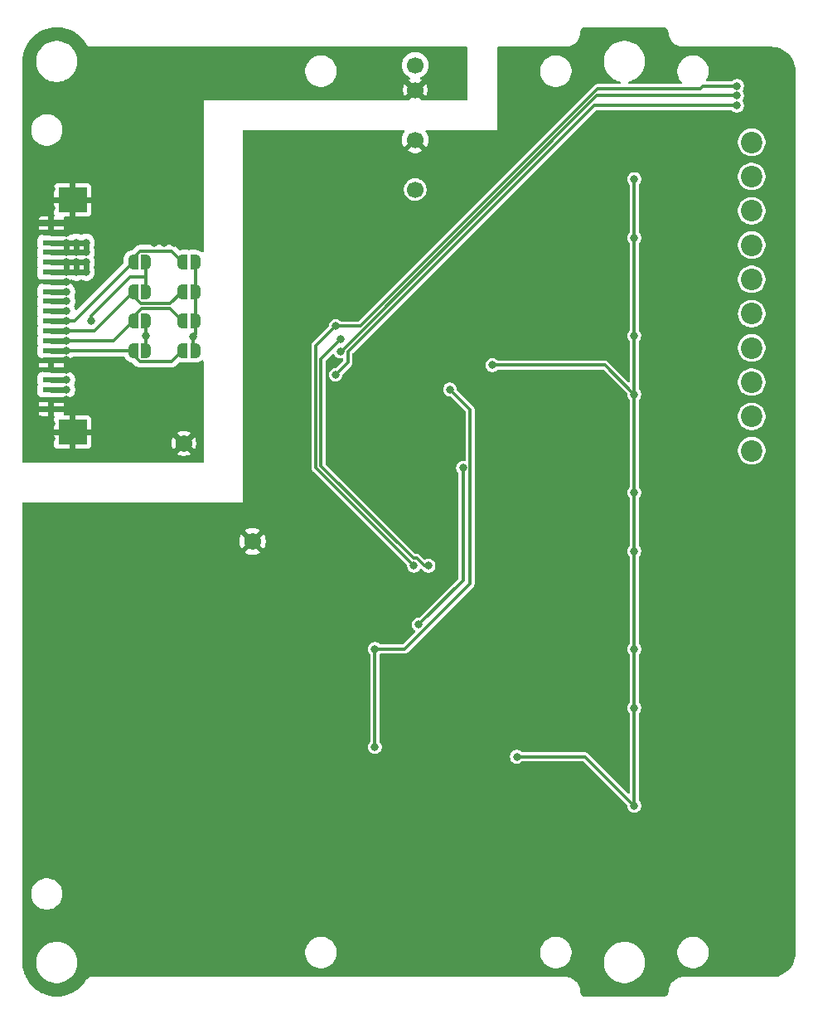
<source format=gbr>
%TF.GenerationSoftware,KiCad,Pcbnew,9.0.3*%
%TF.CreationDate,2025-07-19T20:22:36+03:00*%
%TF.ProjectId,PMCNV-AI4T,504d434e-562d-4414-9934-542e6b696361,rev?*%
%TF.SameCoordinates,Original*%
%TF.FileFunction,Copper,L2,Bot*%
%TF.FilePolarity,Positive*%
%FSLAX46Y46*%
G04 Gerber Fmt 4.6, Leading zero omitted, Abs format (unit mm)*
G04 Created by KiCad (PCBNEW 9.0.3) date 2025-07-19 20:22:36*
%MOMM*%
%LPD*%
G01*
G04 APERTURE LIST*
G04 Aperture macros list*
%AMFreePoly0*
4,1,23,0.500000,-0.750000,0.000000,-0.750000,0.000000,-0.745722,-0.065263,-0.745722,-0.191342,-0.711940,-0.304381,-0.646677,-0.396677,-0.554381,-0.461940,-0.441342,-0.495722,-0.315263,-0.495722,-0.250000,-0.500000,-0.250000,-0.500000,0.250000,-0.495722,0.250000,-0.495722,0.315263,-0.461940,0.441342,-0.396677,0.554381,-0.304381,0.646677,-0.191342,0.711940,-0.065263,0.745722,0.000000,0.745722,
0.000000,0.750000,0.500000,0.750000,0.500000,-0.750000,0.500000,-0.750000,$1*%
%AMFreePoly1*
4,1,23,0.000000,0.745722,0.065263,0.745722,0.191342,0.711940,0.304381,0.646677,0.396677,0.554381,0.461940,0.441342,0.495722,0.315263,0.495722,0.250000,0.500000,0.250000,0.500000,-0.250000,0.495722,-0.250000,0.495722,-0.315263,0.461940,-0.441342,0.396677,-0.554381,0.304381,-0.646677,0.191342,-0.711940,0.065263,-0.745722,0.000000,-0.745722,0.000000,-0.750000,-0.500000,-0.750000,
-0.500000,0.750000,0.000000,0.750000,0.000000,0.745722,0.000000,0.745722,$1*%
G04 Aperture macros list end*
%TA.AperFunction,ComponentPad*%
%ADD10C,1.725000*%
%TD*%
%TA.AperFunction,ComponentPad*%
%ADD11C,1.700000*%
%TD*%
%TA.AperFunction,ComponentPad*%
%ADD12C,2.200000*%
%TD*%
%TA.AperFunction,SMDPad,CuDef*%
%ADD13FreePoly0,0.000000*%
%TD*%
%TA.AperFunction,SMDPad,CuDef*%
%ADD14FreePoly1,0.000000*%
%TD*%
%TA.AperFunction,SMDPad,CuDef*%
%ADD15R,1.800000X0.600000*%
%TD*%
%TA.AperFunction,SMDPad,CuDef*%
%ADD16R,3.000000X2.600000*%
%TD*%
%TA.AperFunction,ViaPad*%
%ADD17C,0.800000*%
%TD*%
%TA.AperFunction,Conductor*%
%ADD18C,0.300000*%
%TD*%
%TA.AperFunction,Conductor*%
%ADD19C,0.600000*%
%TD*%
G04 APERTURE END LIST*
D10*
%TO.P,U4,1*%
%TO.N,GND_MCU*%
X-23000000Y7000000D03*
%TD*%
D11*
%TO.P,PS1,1,Vin*%
%TO.N,+5V_MCU*%
X625000Y45615000D03*
%TO.P,PS1,2,GND*%
%TO.N,GND_MCU*%
X625000Y43075000D03*
%TO.P,PS1,4,0V*%
%TO.N,GND_CNV*%
X625000Y37995000D03*
%TO.P,PS1,6,+V*%
%TO.N,+5V_CNV*%
X625000Y32915000D03*
%TD*%
D12*
%TO.P,J1,1,Pin_1*%
%TO.N,unconnected-(J1-Pin_1-Pad1)*%
X35000000Y6250000D03*
%TO.P,J1,2,Pin_2*%
%TO.N,unconnected-(J1-Pin_2-Pad2)*%
X35000000Y9750000D03*
%TO.P,J1,3,Pin_3*%
%TO.N,/CHCOM*%
X35000000Y13250000D03*
%TO.P,J1,4,Pin_4*%
%TO.N,/CH3*%
X35000000Y16750000D03*
%TO.P,J1,5,Pin_5*%
%TO.N,/CHCOM*%
X35000000Y20250000D03*
%TO.P,J1,6,Pin_6*%
%TO.N,/CH2*%
X35000000Y23750000D03*
%TO.P,J1,7,Pin_7*%
%TO.N,/CHCOM*%
X35000000Y27250000D03*
%TO.P,J1,8,Pin_8*%
%TO.N,/CH1*%
X35000000Y30750000D03*
%TO.P,J1,9,Pin_9*%
%TO.N,/CHCOM*%
X35000000Y34250000D03*
%TO.P,J1,10,Pin_10*%
%TO.N,/CH0*%
X35000000Y37750000D03*
%TD*%
D10*
%TO.P,U5,1*%
%TO.N,GND_CNV*%
X-16000000Y-3000000D03*
%TD*%
D13*
%TO.P,JP6,1,A*%
%TO.N,/CS1_MCU*%
X-23150000Y22500000D03*
D14*
%TO.P,JP6,2,B*%
%TO.N,/CS_T_MCU*%
X-21850000Y22500000D03*
%TD*%
D13*
%TO.P,JP8,1,A*%
%TO.N,/CS3_MCU*%
X-23150000Y16500000D03*
D14*
%TO.P,JP8,2,B*%
%TO.N,/CS_T_MCU*%
X-21850000Y16500000D03*
%TD*%
D15*
%TO.P,JM2,1,Pin_1*%
%TO.N,GND_MCU*%
X-36546000Y29500000D03*
%TO.P,JM2,2,Pin_2*%
X-36546000Y28500000D03*
%TO.P,JM2,3,Pin_3*%
%TO.N,+5V_MCU*%
X-36546000Y27500000D03*
%TO.P,JM2,4,Pin_4*%
X-36546000Y26500000D03*
%TO.P,JM2,5,Pin_5*%
%TO.N,+3.3V_MCU*%
X-36546000Y25500000D03*
%TO.P,JM2,6,Pin_6*%
X-36546000Y24500000D03*
%TO.P,JM2,7,Pin_7*%
%TO.N,GND_MCU*%
X-36546000Y23500000D03*
%TO.P,JM2,8,Pin_8*%
%TO.N,/MOSI_MCU*%
X-36546000Y22500000D03*
%TO.P,JM2,9,Pin_9*%
%TO.N,/MISO_MCU*%
X-36546000Y21500000D03*
%TO.P,JM2,10,Pin_10*%
%TO.N,/SCK_MCU*%
X-36546000Y20500000D03*
%TO.P,JM2,11,Pin_11*%
%TO.N,/CS0_MCU*%
X-36546000Y19500000D03*
%TO.P,JM2,12,Pin_11*%
%TO.N,/CS1_MCU*%
X-36546000Y18500000D03*
%TO.P,JM2,13,Pin_11*%
%TO.N,/CS2_MCU*%
X-36546000Y17500000D03*
%TO.P,JM2,14,Pin_11*%
%TO.N,/CS3_MCU*%
X-36546000Y16500000D03*
%TO.P,JM2,15,Pin_11*%
%TO.N,GND_MCU*%
X-36546000Y15500000D03*
%TO.P,JM2,16,Pin_11*%
X-36546000Y14500000D03*
%TO.P,JM2,17,Pin_11*%
%TO.N,/SDA_MCU*%
X-36546000Y13500000D03*
%TO.P,JM2,18,Pin_11*%
%TO.N,/SCL_MCU*%
X-36546000Y12500000D03*
%TO.P,JM2,19,Pin_11*%
%TO.N,GND_MCU*%
X-36546000Y11500000D03*
%TO.P,JM2,20,Pin_11*%
X-36546000Y10500000D03*
D16*
%TO.P,JM2,MP1,Pin_11*%
X-34375000Y31850000D03*
%TO.P,JM2,MP2,Pin_11*%
X-34375000Y8150000D03*
%TD*%
D13*
%TO.P,JP5,1,A*%
%TO.N,/CS0_MCU*%
X-23150000Y25500000D03*
D14*
%TO.P,JP5,2,B*%
%TO.N,/CS_T_MCU*%
X-21850000Y25500000D03*
%TD*%
D13*
%TO.P,JP1,1,A*%
%TO.N,/CS0_MCU*%
X-28150000Y25500000D03*
D14*
%TO.P,JP1,2,B*%
%TO.N,/CS_AD_MCU*%
X-26850000Y25500000D03*
%TD*%
D13*
%TO.P,JP7,1,A*%
%TO.N,/CS2_MCU*%
X-23150000Y19500000D03*
D14*
%TO.P,JP7,2,B*%
%TO.N,/CS_T_MCU*%
X-21850000Y19500000D03*
%TD*%
D13*
%TO.P,JP3,1,A*%
%TO.N,/CS2_MCU*%
X-28150000Y19500000D03*
D14*
%TO.P,JP3,2,B*%
%TO.N,/CS_AD_MCU*%
X-26850000Y19500000D03*
%TD*%
D13*
%TO.P,JP2,1,A*%
%TO.N,/CS1_MCU*%
X-28150000Y22500000D03*
D14*
%TO.P,JP2,2,B*%
%TO.N,/CS_AD_MCU*%
X-26850000Y22500000D03*
%TD*%
D13*
%TO.P,JP4,1,A*%
%TO.N,/CS3_MCU*%
X-28150000Y16500000D03*
D14*
%TO.P,JP4,2,B*%
%TO.N,/CS_AD_MCU*%
X-26850000Y16500000D03*
%TD*%
D17*
%TO.N,+4V096_CNV*%
X1000000Y-11500000D03*
X5500000Y4500000D03*
%TO.N,+5V_MCU*%
X-35000000Y26500000D03*
X-34000000Y27500000D03*
X-33000000Y26500000D03*
X-34000000Y26500000D03*
X-33000000Y27500000D03*
X-35000000Y27500000D03*
%TO.N,GND_MCU*%
X-24000000Y27500000D03*
X-35000000Y29500000D03*
X-35000000Y23500000D03*
X-35000000Y15500000D03*
X-32000000Y31000000D03*
X-32000000Y9000000D03*
X-36500000Y7500000D03*
X-35000000Y10500000D03*
X-35000000Y28500000D03*
X-35000000Y11500000D03*
X-32000000Y7500000D03*
X-36500000Y31000000D03*
X-36500000Y9000000D03*
X-25000000Y27500000D03*
X-36500000Y33000000D03*
X-26000000Y27500000D03*
X-35000000Y14500000D03*
X-32000000Y33000000D03*
%TO.N,GND_CNV*%
X4000000Y-1000000D03*
X4000000Y1000000D03*
X-13000000Y11000000D03*
X2000000Y-1000000D03*
X2000000Y1000000D03*
X-11000000Y11000000D03*
X-12000000Y12000000D03*
X3000000Y0D03*
X4500000Y5500000D03*
X3500000Y4500000D03*
X-12000000Y10000000D03*
%TO.N,+3.3V_MCU*%
X-35000000Y24500000D03*
X-34000000Y25500000D03*
X-33000000Y24500000D03*
X-34000000Y24500000D03*
X-35000000Y25500000D03*
X-33000000Y25500000D03*
%TO.N,/CS_AD_CNV*%
X-7000000Y17635000D03*
X2000000Y-5500000D03*
%TO.N,/CS_T_CNV*%
X-7000000Y16365000D03*
X33500000Y42500000D03*
%TO.N,/CS_T_MCU*%
X-22081031Y17918969D03*
%TO.N,/MISO_CNV*%
X-7500000Y14000000D03*
X33500000Y41500000D03*
%TO.N,/MOSI_MCU*%
X-35000000Y22500000D03*
%TO.N,/SCK_CNV*%
X-7500000Y19000000D03*
X33500000Y43500000D03*
X500000Y-5500000D03*
%TO.N,/MISO_MCU*%
X-35000000Y21500000D03*
%TO.N,/SCK_MCU*%
X-35000000Y20500000D03*
%TO.N,/CS_AD_MCU*%
X-26850000Y18000000D03*
X-32500000Y19500000D03*
%TO.N,+5V_CNV_FLT*%
X-3500000Y-14000000D03*
X8500000Y15000000D03*
X23000000Y-14000000D03*
X23000000Y18000000D03*
X4174000Y12500000D03*
X23000000Y-20000000D03*
X-3500000Y-24000000D03*
X23000000Y-4000000D03*
X11000000Y-25000000D03*
X23000000Y34000000D03*
X23000000Y28000000D03*
X23000000Y2000000D03*
X23000000Y12000000D03*
X23000000Y-30000000D03*
%TO.N,/CS1_MCU*%
X-35000000Y18500000D03*
%TO.N,/SDA_MCU*%
X-35000000Y13500000D03*
%TO.N,/CS0_MCU*%
X-35000000Y19500000D03*
%TO.N,/CS3_MCU*%
X-35000000Y16500000D03*
%TO.N,/CS2_MCU*%
X-35000000Y17500000D03*
%TO.N,/SCL_MCU*%
X-35000000Y12500000D03*
%TD*%
D18*
%TO.N,+4V096_CNV*%
X5500000Y-7000000D02*
X1000000Y-11500000D01*
X5500000Y4500000D02*
X5500000Y-7000000D01*
D19*
%TO.N,+5V_MCU*%
X-33000000Y27500000D02*
X-36546000Y27500000D01*
X-33000000Y26500000D02*
X-33000000Y27500000D01*
X-33000000Y26500000D02*
X-36546000Y26500000D01*
X-35000000Y26500000D02*
X-35000000Y27500000D01*
X-34000000Y26500000D02*
X-34000000Y27500000D01*
%TO.N,GND_MCU*%
X-35000000Y15500000D02*
X-36546000Y15500000D01*
X-35000000Y10500000D02*
X-36546000Y10500000D01*
X-35000000Y29500000D02*
X-36546000Y29500000D01*
X-35000000Y28500000D02*
X-36546000Y28500000D01*
X-35000000Y11500000D02*
X-36546000Y11500000D01*
X-35000000Y23500000D02*
X-36546000Y23500000D01*
X-36546000Y14500000D02*
X-35000000Y14500000D01*
%TO.N,+3.3V_MCU*%
X-34000000Y25500000D02*
X-34000000Y24500000D01*
X-35000000Y25500000D02*
X-35000000Y24500000D01*
X-33000000Y24500000D02*
X-36546000Y24500000D01*
X-33000000Y25500000D02*
X-36546000Y25500000D01*
X-33000000Y25500000D02*
X-33000000Y24500000D01*
D18*
%TO.N,/CS_AD_CNV*%
X-9000000Y15635000D02*
X-9000000Y4708520D01*
X811075Y-4749000D02*
X1562075Y-5500000D01*
X-7000000Y17635000D02*
X-9000000Y15635000D01*
X457520Y-4749000D02*
X811075Y-4749000D01*
X1562075Y-5500000D02*
X2000000Y-5500000D01*
X-9000000Y4708520D02*
X457520Y-4749000D01*
%TO.N,/CS_T_CNV*%
X-7000000Y16365000D02*
X-6926480Y16365000D01*
X-6926480Y16365000D02*
X19208520Y42500000D01*
X19208520Y42500000D02*
X33500000Y42500000D01*
%TO.N,/CS_T_MCU*%
X-22081031Y17918969D02*
X-22081031Y16731031D01*
X-21850000Y18150000D02*
X-22081031Y17918969D01*
X-21850000Y22500000D02*
X-21850000Y19500000D01*
X-21850000Y25500000D02*
X-21850000Y22500000D01*
X-21850000Y19500000D02*
X-21850000Y18150000D01*
X-22081031Y16731031D02*
X-21850000Y16500000D01*
%TO.N,/MISO_CNV*%
X-7500000Y14000000D02*
X-6249000Y15251000D01*
X18917040Y41500000D02*
X33500000Y41500000D01*
X-6249000Y16333960D02*
X18917040Y41500000D01*
X-6249000Y15251000D02*
X-6249000Y16333960D01*
D19*
%TO.N,/MOSI_MCU*%
X-35000000Y22500000D02*
X-36546000Y22500000D01*
D18*
%TO.N,/SCK_CNV*%
X29725288Y43249000D02*
X29976288Y43500000D01*
X19249000Y43249000D02*
X29725288Y43249000D01*
X-7500000Y19000000D02*
X-9500000Y17000000D01*
X-9500000Y4500000D02*
X500000Y-5500000D01*
X-9500000Y17000000D02*
X-9500000Y4500000D01*
X-5000000Y19000000D02*
X19249000Y43249000D01*
X29976288Y43500000D02*
X33500000Y43500000D01*
X-7500000Y19000000D02*
X-5000000Y19000000D01*
D19*
%TO.N,/MISO_MCU*%
X-35000000Y21500000D02*
X-36546000Y21500000D01*
%TO.N,/SCK_MCU*%
X-35000000Y20500000D02*
X-36546000Y20500000D01*
D18*
%TO.N,/CS_AD_MCU*%
X-26850000Y19500000D02*
X-26850000Y18000000D01*
X-32500000Y20000000D02*
X-32500000Y19500000D01*
X-26850000Y24000000D02*
X-28500000Y24000000D01*
X-26850000Y18000000D02*
X-26850000Y16500000D01*
X-26850000Y25500000D02*
X-26850000Y22500000D01*
X-26850000Y22500000D02*
X-26850000Y24000000D01*
X-28500000Y24000000D02*
X-32500000Y20000000D01*
%TO.N,+5V_CNV_FLT*%
X20000000Y15000000D02*
X23000000Y12000000D01*
X23000000Y-4000000D02*
X23000000Y-14000000D01*
X8500000Y15000000D02*
X20000000Y15000000D01*
X23000000Y-14000000D02*
X23000000Y-20000000D01*
X23000000Y-20000000D02*
X23000000Y-30000000D01*
X23000000Y12000000D02*
X23000000Y2000000D01*
X18000000Y-25000000D02*
X11000000Y-25000000D01*
X23000000Y-30000000D02*
X18000000Y-25000000D01*
X6251000Y10423000D02*
X6251000Y-7311075D01*
X23000000Y18000000D02*
X23000000Y28000000D01*
X23000000Y18000000D02*
X23000000Y12000000D01*
X4174000Y12500000D02*
X6251000Y10423000D01*
X23000000Y28000000D02*
X23000000Y34000000D01*
X23000000Y2000000D02*
X23000000Y-4000000D01*
X-437925Y-14000000D02*
X-3500000Y-14000000D01*
X6251000Y-7311075D02*
X-437925Y-14000000D01*
X-3500000Y-14000000D02*
X-3500000Y-24000000D01*
D19*
%TO.N,/CS1_MCU*%
X-35000000Y18500000D02*
X-36546000Y18500000D01*
D18*
X-28150000Y22046538D02*
X-27354462Y21251000D01*
X-24399000Y21251000D02*
X-23150000Y22500000D01*
X-28150000Y22500000D02*
X-28150000Y22046538D01*
X-28150000Y22500000D02*
X-32150000Y18500000D01*
X-32150000Y18500000D02*
X-35000000Y18500000D01*
X-27354462Y21251000D02*
X-24399000Y21251000D01*
D19*
%TO.N,/SDA_MCU*%
X-36546000Y13500000D02*
X-35000000Y13500000D01*
D18*
%TO.N,/CS0_MCU*%
X-34150000Y19500000D02*
X-35000000Y19500000D01*
X-24256000Y26606000D02*
X-23150000Y25500000D01*
X-28150000Y25500000D02*
X-34150000Y19500000D01*
X-27497462Y26606000D02*
X-24256000Y26606000D01*
X-28150000Y25953462D02*
X-27497462Y26606000D01*
X-28150000Y25500000D02*
X-28150000Y25953462D01*
D19*
X-35000000Y19500000D02*
X-36546000Y19500000D01*
%TO.N,/CS3_MCU*%
X-35000000Y16500000D02*
X-36546000Y16500000D01*
D18*
X-27497462Y15394000D02*
X-24256000Y15394000D01*
X-28150000Y16500000D02*
X-28150000Y16046538D01*
X-28150000Y16500000D02*
X-35000000Y16500000D01*
X-28150000Y16046538D02*
X-27497462Y15394000D01*
X-24256000Y15394000D02*
X-23150000Y16500000D01*
%TO.N,/CS2_MCU*%
X-28150000Y19500000D02*
X-30150000Y17500000D01*
X-30150000Y17500000D02*
X-35000000Y17500000D01*
X-27353462Y20750000D02*
X-24400000Y20750000D01*
X-28150000Y19953462D02*
X-27353462Y20750000D01*
X-24400000Y20750000D02*
X-23150000Y19500000D01*
D19*
X-35000000Y17500000D02*
X-36546000Y17500000D01*
D18*
X-28150000Y19500000D02*
X-28150000Y19953462D01*
D19*
%TO.N,/SCL_MCU*%
X-36546000Y12500000D02*
X-35000000Y12500000D01*
%TD*%
%TA.AperFunction,Conductor*%
%TO.N,GND_CNV*%
G36*
X26006922Y49498720D02*
G01*
X26097266Y49488541D01*
X26124331Y49482364D01*
X26203540Y49454648D01*
X26228553Y49442602D01*
X26299606Y49397957D01*
X26321313Y49380645D01*
X26380644Y49321314D01*
X26397957Y49299605D01*
X26442600Y49228556D01*
X26454648Y49203538D01*
X26482362Y49124334D01*
X26488540Y49097265D01*
X26498720Y49006924D01*
X26499500Y48993039D01*
X26499500Y48892683D01*
X26530044Y48680236D01*
X26530047Y48680226D01*
X26590517Y48474285D01*
X26679672Y48279062D01*
X26679679Y48279049D01*
X26750898Y48168231D01*
X26794425Y48100500D01*
X26795720Y48098486D01*
X26936275Y47936276D01*
X27060277Y47828828D01*
X27098487Y47795719D01*
X27227531Y47712789D01*
X27279048Y47679680D01*
X27279061Y47679673D01*
X27474284Y47590518D01*
X27474288Y47590517D01*
X27474290Y47590516D01*
X27680231Y47530046D01*
X27680232Y47530046D01*
X27680235Y47530045D01*
X27743584Y47520938D01*
X27892682Y47499500D01*
X27934108Y47499500D01*
X36934108Y47499500D01*
X36996249Y47499500D01*
X37003736Y47499274D01*
X37293796Y47481729D01*
X37308659Y47479924D01*
X37590798Y47428220D01*
X37605335Y47424637D01*
X37879172Y47339305D01*
X37893163Y47334000D01*
X38154743Y47216273D01*
X38167989Y47209320D01*
X38413465Y47060925D01*
X38425776Y47052427D01*
X38472520Y47015806D01*
X38651573Y46875527D01*
X38662781Y46865597D01*
X38865596Y46662782D01*
X38875526Y46651574D01*
X39007406Y46483241D01*
X39052422Y46425783D01*
X39060926Y46413463D01*
X39177398Y46220795D01*
X39209316Y46167996D01*
X39216275Y46154737D01*
X39333997Y45893169D01*
X39339306Y45879168D01*
X39424635Y45605337D01*
X39428219Y45590799D01*
X39479923Y45308660D01*
X39481728Y45293795D01*
X39499274Y45003737D01*
X39499500Y44996250D01*
X39499500Y-44996249D01*
X39499274Y-45003736D01*
X39481728Y-45293794D01*
X39479923Y-45308659D01*
X39428219Y-45590798D01*
X39424635Y-45605336D01*
X39339306Y-45879167D01*
X39333997Y-45893168D01*
X39216275Y-46154736D01*
X39209316Y-46167995D01*
X39060928Y-46413459D01*
X39052422Y-46425782D01*
X38875526Y-46651573D01*
X38865596Y-46662781D01*
X38662781Y-46865596D01*
X38651573Y-46875526D01*
X38425782Y-47052422D01*
X38413459Y-47060928D01*
X38167995Y-47209316D01*
X38154736Y-47216275D01*
X37893168Y-47333997D01*
X37879167Y-47339306D01*
X37605336Y-47424635D01*
X37590798Y-47428219D01*
X37308659Y-47479923D01*
X37293794Y-47481728D01*
X37003736Y-47499274D01*
X36996249Y-47499500D01*
X27892682Y-47499500D01*
X27680235Y-47530044D01*
X27680225Y-47530047D01*
X27474284Y-47590517D01*
X27279061Y-47679672D01*
X27279048Y-47679679D01*
X27098485Y-47795720D01*
X26936275Y-47936275D01*
X26795720Y-48098485D01*
X26679679Y-48279048D01*
X26679672Y-48279061D01*
X26590517Y-48474284D01*
X26530047Y-48680225D01*
X26530044Y-48680235D01*
X26499500Y-48892682D01*
X26499500Y-48993038D01*
X26498720Y-49006922D01*
X26498720Y-49006923D01*
X26488540Y-49097264D01*
X26482362Y-49124333D01*
X26454648Y-49203537D01*
X26442600Y-49228555D01*
X26397957Y-49299604D01*
X26380644Y-49321313D01*
X26321313Y-49380644D01*
X26299604Y-49397957D01*
X26228555Y-49442600D01*
X26203537Y-49454648D01*
X26124333Y-49482362D01*
X26097264Y-49488540D01*
X26017075Y-49497576D01*
X26006921Y-49498720D01*
X25993038Y-49499500D01*
X18006962Y-49499500D01*
X17993078Y-49498720D01*
X17980553Y-49497308D01*
X17902735Y-49488540D01*
X17875666Y-49482362D01*
X17796462Y-49454648D01*
X17771444Y-49442600D01*
X17700395Y-49397957D01*
X17678686Y-49380644D01*
X17619355Y-49321313D01*
X17602042Y-49299604D01*
X17557399Y-49228555D01*
X17545351Y-49203537D01*
X17543861Y-49199280D01*
X17517636Y-49124331D01*
X17511459Y-49097263D01*
X17501280Y-49006922D01*
X17500500Y-48993038D01*
X17500500Y-48892683D01*
X17500500Y-48892682D01*
X17469954Y-48680231D01*
X17409484Y-48474290D01*
X17409483Y-48474288D01*
X17409482Y-48474284D01*
X17320327Y-48279061D01*
X17320320Y-48279048D01*
X17249102Y-48168231D01*
X17204281Y-48098487D01*
X17124227Y-48006100D01*
X17063724Y-47936275D01*
X16901514Y-47795720D01*
X16901513Y-47795719D01*
X16829982Y-47749749D01*
X16720951Y-47679679D01*
X16720938Y-47679672D01*
X16525715Y-47590517D01*
X16319774Y-47530047D01*
X16319764Y-47530044D01*
X16128754Y-47502582D01*
X16107318Y-47499500D01*
X16065892Y-47499500D01*
X-32470007Y-47499500D01*
X-32601791Y-47499500D01*
X-32729087Y-47533608D01*
X-32843213Y-47599500D01*
X-32843216Y-47599502D01*
X-32936397Y-47692683D01*
X-32936399Y-47692686D01*
X-32967723Y-47746941D01*
X-32971115Y-47752475D01*
X-33165305Y-48051500D01*
X-33172934Y-48062001D01*
X-33395280Y-48336575D01*
X-33403965Y-48346220D01*
X-33653780Y-48596036D01*
X-33663425Y-48604721D01*
X-33937998Y-48827066D01*
X-33948499Y-48834695D01*
X-34244797Y-49027113D01*
X-34256037Y-49033603D01*
X-34570837Y-49194001D01*
X-34582694Y-49199280D01*
X-34912528Y-49325891D01*
X-34924872Y-49329902D01*
X-35266142Y-49421346D01*
X-35278839Y-49424044D01*
X-35627783Y-49479310D01*
X-35640690Y-49480667D01*
X-35993510Y-49499158D01*
X-36006490Y-49499158D01*
X-36359311Y-49480667D01*
X-36372218Y-49479310D01*
X-36721162Y-49424044D01*
X-36733859Y-49421346D01*
X-37075130Y-49329902D01*
X-37087474Y-49325891D01*
X-37417308Y-49199280D01*
X-37429165Y-49194001D01*
X-37559663Y-49127509D01*
X-37743971Y-49033599D01*
X-37755190Y-49027122D01*
X-38051508Y-48834691D01*
X-38062002Y-48827066D01*
X-38336576Y-48604721D01*
X-38346221Y-48596036D01*
X-38596037Y-48346220D01*
X-38604722Y-48336575D01*
X-38741044Y-48168231D01*
X-38827074Y-48061992D01*
X-38834689Y-48051511D01*
X-39027121Y-47755190D01*
X-39033597Y-47743976D01*
X-39194007Y-47429153D01*
X-39199276Y-47417317D01*
X-39325894Y-47087468D01*
X-39329903Y-47075129D01*
X-39334748Y-47057048D01*
X-39421349Y-46733852D01*
X-39424045Y-46721161D01*
X-39431098Y-46676632D01*
X-39471623Y-46420760D01*
X-39479311Y-46372217D01*
X-39480668Y-46359310D01*
X-39499330Y-46003222D01*
X-39499500Y-45996732D01*
X-39499500Y-45862332D01*
X-38100500Y-45862332D01*
X-38100500Y-46137667D01*
X-38100499Y-46137684D01*
X-38064562Y-46410655D01*
X-38064561Y-46410660D01*
X-38064560Y-46410666D01*
X-38041035Y-46498462D01*
X-37993296Y-46676630D01*
X-37887925Y-46931017D01*
X-37887920Y-46931028D01*
X-37817832Y-47052422D01*
X-37750249Y-47169479D01*
X-37750247Y-47169482D01*
X-37750246Y-47169483D01*
X-37582630Y-47387926D01*
X-37582624Y-47387933D01*
X-37387934Y-47582623D01*
X-37387927Y-47582629D01*
X-37261457Y-47679672D01*
X-37169479Y-47750249D01*
X-37057294Y-47815019D01*
X-36931029Y-47887919D01*
X-36931024Y-47887921D01*
X-36931021Y-47887923D01*
X-36676632Y-47993295D01*
X-36410666Y-48064560D01*
X-36137674Y-48100500D01*
X-36137667Y-48100500D01*
X-35862333Y-48100500D01*
X-35862326Y-48100500D01*
X-35589334Y-48064560D01*
X-35323368Y-47993295D01*
X-35068979Y-47887923D01*
X-34830521Y-47750249D01*
X-34612072Y-47582628D01*
X-34417372Y-47387928D01*
X-34249751Y-47169479D01*
X-34112077Y-46931021D01*
X-34006705Y-46676632D01*
X-33935440Y-46410666D01*
X-33899500Y-46137674D01*
X-33899500Y-45862326D01*
X-33935440Y-45589334D01*
X-34006705Y-45323368D01*
X-34112077Y-45068979D01*
X-34224626Y-44874038D01*
X-10600500Y-44874038D01*
X-10600500Y-45125961D01*
X-10561090Y-45374785D01*
X-10483240Y-45614383D01*
X-10368868Y-45838848D01*
X-10220799Y-46042649D01*
X-10220795Y-46042654D01*
X-10042655Y-46220794D01*
X-10042650Y-46220798D01*
X-9864883Y-46349952D01*
X-9838845Y-46368870D01*
X-9695816Y-46441747D01*
X-9614384Y-46483239D01*
X-9614382Y-46483239D01*
X-9614379Y-46483241D01*
X-9374785Y-46561090D01*
X-9125962Y-46600500D01*
X-9125961Y-46600500D01*
X-8874039Y-46600500D01*
X-8874038Y-46600500D01*
X-8625215Y-46561090D01*
X-8385621Y-46483241D01*
X-8161155Y-46368870D01*
X-7957344Y-46220793D01*
X-7779207Y-46042656D01*
X-7631130Y-45838845D01*
X-7516759Y-45614379D01*
X-7438910Y-45374785D01*
X-7399500Y-45125962D01*
X-7399500Y-44874038D01*
X13399500Y-44874038D01*
X13399500Y-45125961D01*
X13438910Y-45374785D01*
X13516760Y-45614383D01*
X13631132Y-45838848D01*
X13779201Y-46042649D01*
X13779205Y-46042654D01*
X13957345Y-46220794D01*
X13957350Y-46220798D01*
X14135117Y-46349952D01*
X14161155Y-46368870D01*
X14304184Y-46441747D01*
X14385616Y-46483239D01*
X14385618Y-46483239D01*
X14385621Y-46483241D01*
X14625215Y-46561090D01*
X14874038Y-46600500D01*
X14874039Y-46600500D01*
X15125961Y-46600500D01*
X15125962Y-46600500D01*
X15374785Y-46561090D01*
X15614379Y-46483241D01*
X15838845Y-46368870D01*
X16042656Y-46220793D01*
X16220793Y-46042656D01*
X16351806Y-45862332D01*
X19899500Y-45862332D01*
X19899500Y-46137667D01*
X19899501Y-46137684D01*
X19935438Y-46410655D01*
X19935439Y-46410660D01*
X19935440Y-46410666D01*
X19958965Y-46498462D01*
X20006704Y-46676630D01*
X20112075Y-46931017D01*
X20112080Y-46931028D01*
X20182168Y-47052422D01*
X20249751Y-47169479D01*
X20249753Y-47169482D01*
X20249754Y-47169483D01*
X20417370Y-47387926D01*
X20417376Y-47387933D01*
X20612066Y-47582623D01*
X20612073Y-47582629D01*
X20738543Y-47679672D01*
X20830521Y-47750249D01*
X20942706Y-47815019D01*
X21068971Y-47887919D01*
X21068976Y-47887921D01*
X21068979Y-47887923D01*
X21323368Y-47993295D01*
X21589334Y-48064560D01*
X21862326Y-48100500D01*
X21862333Y-48100500D01*
X22137667Y-48100500D01*
X22137674Y-48100500D01*
X22410666Y-48064560D01*
X22676632Y-47993295D01*
X22931021Y-47887923D01*
X23169479Y-47750249D01*
X23387928Y-47582628D01*
X23582628Y-47387928D01*
X23750249Y-47169479D01*
X23887923Y-46931021D01*
X23993295Y-46676632D01*
X24064560Y-46410666D01*
X24100500Y-46137674D01*
X24100500Y-45862326D01*
X24064560Y-45589334D01*
X23993295Y-45323368D01*
X23887923Y-45068979D01*
X23775374Y-44874038D01*
X27399500Y-44874038D01*
X27399500Y-45125961D01*
X27438910Y-45374785D01*
X27516760Y-45614383D01*
X27631132Y-45838848D01*
X27779201Y-46042649D01*
X27779205Y-46042654D01*
X27957345Y-46220794D01*
X27957350Y-46220798D01*
X28135117Y-46349952D01*
X28161155Y-46368870D01*
X28304184Y-46441747D01*
X28385616Y-46483239D01*
X28385618Y-46483239D01*
X28385621Y-46483241D01*
X28625215Y-46561090D01*
X28874038Y-46600500D01*
X28874039Y-46600500D01*
X29125961Y-46600500D01*
X29125962Y-46600500D01*
X29374785Y-46561090D01*
X29614379Y-46483241D01*
X29838845Y-46368870D01*
X30042656Y-46220793D01*
X30220793Y-46042656D01*
X30368870Y-45838845D01*
X30483241Y-45614379D01*
X30561090Y-45374785D01*
X30600500Y-45125962D01*
X30600500Y-44874038D01*
X30561090Y-44625215D01*
X30483241Y-44385621D01*
X30483239Y-44385618D01*
X30483239Y-44385616D01*
X30414013Y-44249754D01*
X30368870Y-44161155D01*
X30256656Y-44006705D01*
X30220798Y-43957350D01*
X30220794Y-43957345D01*
X30042654Y-43779205D01*
X30042649Y-43779201D01*
X29838848Y-43631132D01*
X29838847Y-43631131D01*
X29838845Y-43631130D01*
X29768747Y-43595413D01*
X29614383Y-43516760D01*
X29374785Y-43438910D01*
X29125962Y-43399500D01*
X28874038Y-43399500D01*
X28749626Y-43419205D01*
X28625214Y-43438910D01*
X28385616Y-43516760D01*
X28161151Y-43631132D01*
X27957350Y-43779201D01*
X27957345Y-43779205D01*
X27779205Y-43957345D01*
X27779201Y-43957350D01*
X27631132Y-44161151D01*
X27516760Y-44385616D01*
X27438910Y-44625214D01*
X27399500Y-44874038D01*
X23775374Y-44874038D01*
X23750249Y-44830521D01*
X23582628Y-44612072D01*
X23582623Y-44612066D01*
X23387933Y-44417376D01*
X23387926Y-44417370D01*
X23169483Y-44249754D01*
X23169482Y-44249753D01*
X23169479Y-44249751D01*
X23074407Y-44194861D01*
X22931028Y-44112080D01*
X22931017Y-44112075D01*
X22676630Y-44006704D01*
X22543649Y-43971072D01*
X22410666Y-43935440D01*
X22410660Y-43935439D01*
X22410655Y-43935438D01*
X22137684Y-43899501D01*
X22137679Y-43899500D01*
X22137674Y-43899500D01*
X21862326Y-43899500D01*
X21862320Y-43899500D01*
X21862315Y-43899501D01*
X21589344Y-43935438D01*
X21589337Y-43935439D01*
X21589334Y-43935440D01*
X21533125Y-43950500D01*
X21323369Y-44006704D01*
X21068982Y-44112075D01*
X21068971Y-44112080D01*
X20830516Y-44249754D01*
X20612073Y-44417370D01*
X20612066Y-44417376D01*
X20417376Y-44612066D01*
X20417370Y-44612073D01*
X20249754Y-44830516D01*
X20112080Y-45068971D01*
X20112075Y-45068982D01*
X20006704Y-45323369D01*
X19935441Y-45589331D01*
X19935438Y-45589344D01*
X19899501Y-45862315D01*
X19899500Y-45862332D01*
X16351806Y-45862332D01*
X16368870Y-45838845D01*
X16376114Y-45824626D01*
X16387659Y-45801971D01*
X16430503Y-45717882D01*
X16483241Y-45614379D01*
X16561090Y-45374785D01*
X16600500Y-45125962D01*
X16600500Y-44874038D01*
X16561090Y-44625215D01*
X16483241Y-44385621D01*
X16483239Y-44385618D01*
X16483239Y-44385616D01*
X16414013Y-44249754D01*
X16368870Y-44161155D01*
X16256656Y-44006705D01*
X16220798Y-43957350D01*
X16220794Y-43957345D01*
X16042654Y-43779205D01*
X16042649Y-43779201D01*
X15838848Y-43631132D01*
X15838847Y-43631131D01*
X15838845Y-43631130D01*
X15768747Y-43595413D01*
X15614383Y-43516760D01*
X15374785Y-43438910D01*
X15125962Y-43399500D01*
X14874038Y-43399500D01*
X14749626Y-43419205D01*
X14625214Y-43438910D01*
X14385616Y-43516760D01*
X14161151Y-43631132D01*
X13957350Y-43779201D01*
X13957345Y-43779205D01*
X13779205Y-43957345D01*
X13779201Y-43957350D01*
X13631132Y-44161151D01*
X13516760Y-44385616D01*
X13438910Y-44625214D01*
X13399500Y-44874038D01*
X-7399500Y-44874038D01*
X-7438910Y-44625215D01*
X-7516759Y-44385621D01*
X-7516761Y-44385618D01*
X-7516761Y-44385616D01*
X-7585987Y-44249754D01*
X-7631130Y-44161155D01*
X-7743344Y-44006705D01*
X-7779202Y-43957350D01*
X-7779206Y-43957345D01*
X-7957346Y-43779205D01*
X-7957351Y-43779201D01*
X-8161152Y-43631132D01*
X-8161153Y-43631131D01*
X-8161155Y-43631130D01*
X-8231253Y-43595413D01*
X-8385617Y-43516760D01*
X-8625215Y-43438910D01*
X-8874038Y-43399500D01*
X-9125962Y-43399500D01*
X-9250374Y-43419205D01*
X-9374786Y-43438910D01*
X-9614384Y-43516760D01*
X-9838849Y-43631132D01*
X-10042650Y-43779201D01*
X-10042655Y-43779205D01*
X-10220795Y-43957345D01*
X-10220799Y-43957350D01*
X-10368868Y-44161151D01*
X-10483240Y-44385616D01*
X-10561090Y-44625214D01*
X-10600500Y-44874038D01*
X-34224626Y-44874038D01*
X-34249751Y-44830521D01*
X-34417372Y-44612072D01*
X-34417377Y-44612066D01*
X-34612067Y-44417376D01*
X-34612074Y-44417370D01*
X-34830517Y-44249754D01*
X-34830518Y-44249753D01*
X-34830521Y-44249751D01*
X-34925593Y-44194861D01*
X-35068972Y-44112080D01*
X-35068983Y-44112075D01*
X-35323370Y-44006704D01*
X-35456351Y-43971072D01*
X-35589334Y-43935440D01*
X-35589340Y-43935439D01*
X-35589345Y-43935438D01*
X-35862316Y-43899501D01*
X-35862321Y-43899500D01*
X-35862326Y-43899500D01*
X-36137674Y-43899500D01*
X-36137680Y-43899500D01*
X-36137685Y-43899501D01*
X-36410656Y-43935438D01*
X-36410663Y-43935439D01*
X-36410666Y-43935440D01*
X-36466875Y-43950500D01*
X-36676631Y-44006704D01*
X-36931018Y-44112075D01*
X-36931029Y-44112080D01*
X-37169484Y-44249754D01*
X-37387927Y-44417370D01*
X-37387934Y-44417376D01*
X-37582624Y-44612066D01*
X-37582630Y-44612073D01*
X-37750246Y-44830516D01*
X-37887920Y-45068971D01*
X-37887925Y-45068982D01*
X-37993296Y-45323369D01*
X-38064559Y-45589331D01*
X-38064562Y-45589344D01*
X-38100499Y-45862315D01*
X-38100500Y-45862332D01*
X-39499500Y-45862332D01*
X-39499500Y-38874038D01*
X-38600500Y-38874038D01*
X-38600500Y-39125961D01*
X-38561090Y-39374785D01*
X-38483240Y-39614383D01*
X-38368868Y-39838848D01*
X-38220799Y-40042649D01*
X-38220795Y-40042654D01*
X-38042655Y-40220794D01*
X-38042650Y-40220798D01*
X-37864883Y-40349952D01*
X-37838845Y-40368870D01*
X-37695816Y-40441747D01*
X-37614384Y-40483239D01*
X-37614382Y-40483239D01*
X-37614379Y-40483241D01*
X-37374785Y-40561090D01*
X-37125962Y-40600500D01*
X-37125961Y-40600500D01*
X-36874039Y-40600500D01*
X-36874038Y-40600500D01*
X-36625215Y-40561090D01*
X-36385621Y-40483241D01*
X-36161155Y-40368870D01*
X-35957344Y-40220793D01*
X-35779207Y-40042656D01*
X-35631130Y-39838845D01*
X-35516759Y-39614379D01*
X-35438910Y-39374785D01*
X-35399500Y-39125962D01*
X-35399500Y-38874038D01*
X-35438910Y-38625215D01*
X-35516759Y-38385621D01*
X-35516761Y-38385618D01*
X-35516761Y-38385616D01*
X-35558253Y-38304184D01*
X-35631130Y-38161155D01*
X-35650048Y-38135117D01*
X-35779202Y-37957350D01*
X-35779206Y-37957345D01*
X-35957346Y-37779205D01*
X-35957351Y-37779201D01*
X-36161152Y-37631132D01*
X-36161153Y-37631131D01*
X-36161155Y-37631130D01*
X-36231253Y-37595413D01*
X-36385617Y-37516760D01*
X-36625215Y-37438910D01*
X-36874038Y-37399500D01*
X-37125962Y-37399500D01*
X-37250374Y-37419205D01*
X-37374786Y-37438910D01*
X-37614384Y-37516760D01*
X-37838849Y-37631132D01*
X-38042650Y-37779201D01*
X-38042655Y-37779205D01*
X-38220795Y-37957345D01*
X-38220799Y-37957350D01*
X-38368868Y-38161151D01*
X-38483240Y-38385616D01*
X-38561090Y-38625214D01*
X-38600500Y-38874038D01*
X-39499500Y-38874038D01*
X-39499500Y-14068995D01*
X-4200501Y-14068995D01*
X-4173582Y-14204322D01*
X-4173579Y-14204332D01*
X-4120779Y-14331804D01*
X-4120772Y-14331817D01*
X-4044116Y-14446540D01*
X-4044115Y-14446541D01*
X-4044114Y-14446542D01*
X-3986818Y-14503838D01*
X-3953334Y-14565159D01*
X-3950500Y-14591518D01*
X-3950500Y-23408481D01*
X-3970185Y-23475520D01*
X-3986819Y-23496162D01*
X-4044112Y-23553454D01*
X-4044115Y-23553458D01*
X-4120772Y-23668182D01*
X-4120779Y-23668195D01*
X-4173579Y-23795667D01*
X-4173582Y-23795677D01*
X-4200500Y-23931004D01*
X-4200500Y-23931007D01*
X-4200500Y-24068993D01*
X-4200500Y-24068995D01*
X-4200501Y-24068995D01*
X-4173582Y-24204322D01*
X-4173579Y-24204332D01*
X-4120779Y-24331804D01*
X-4120772Y-24331817D01*
X-4044115Y-24446541D01*
X-4044112Y-24446545D01*
X-3946546Y-24544111D01*
X-3946542Y-24544114D01*
X-3831818Y-24620771D01*
X-3831805Y-24620778D01*
X-3717360Y-24668182D01*
X-3704328Y-24673580D01*
X-3704324Y-24673580D01*
X-3704323Y-24673581D01*
X-3568996Y-24700500D01*
X-3568993Y-24700500D01*
X-3431005Y-24700500D01*
X-3339959Y-24682389D01*
X-3295672Y-24673580D01*
X-3168189Y-24620775D01*
X-3053458Y-24544114D01*
X-2955886Y-24446542D01*
X-2879225Y-24331811D01*
X-2826420Y-24204328D01*
X-2799500Y-24068993D01*
X-2799500Y-23931007D01*
X-2799500Y-23931004D01*
X-2826419Y-23795677D01*
X-2826420Y-23795676D01*
X-2826420Y-23795672D01*
X-2826422Y-23795667D01*
X-2879222Y-23668195D01*
X-2879229Y-23668182D01*
X-2955886Y-23553458D01*
X-2955889Y-23553454D01*
X-3013181Y-23496162D01*
X-3046666Y-23434839D01*
X-3049500Y-23408481D01*
X-3049500Y-14591518D01*
X-3040856Y-14562077D01*
X-3034332Y-14532091D01*
X-3030578Y-14527075D01*
X-3029815Y-14524479D01*
X-3013181Y-14503837D01*
X-2996163Y-14486819D01*
X-2934840Y-14453334D01*
X-2908482Y-14450500D01*
X-378617Y-14450500D01*
X-378616Y-14450500D01*
X-288252Y-14426286D01*
X-264038Y-14419799D01*
X-161311Y-14360489D01*
X6611489Y-7587689D01*
X6670798Y-7484962D01*
X6670799Y-7484961D01*
X6701500Y-7370384D01*
X6701500Y10482309D01*
X6670799Y10596886D01*
X6611490Y10699614D01*
X4910819Y12400285D01*
X4877334Y12461608D01*
X4874500Y12487966D01*
X4874500Y12568996D01*
X4847581Y12704323D01*
X4847580Y12704324D01*
X4847580Y12704328D01*
X4844238Y12712397D01*
X4794778Y12831805D01*
X4794771Y12831818D01*
X4718114Y12946542D01*
X4718111Y12946546D01*
X4620545Y13044112D01*
X4620541Y13044115D01*
X4505817Y13120772D01*
X4505804Y13120779D01*
X4378332Y13173579D01*
X4378322Y13173582D01*
X4242995Y13200500D01*
X4242993Y13200500D01*
X4105007Y13200500D01*
X4105005Y13200500D01*
X3969677Y13173582D01*
X3969667Y13173579D01*
X3842195Y13120779D01*
X3842182Y13120772D01*
X3727458Y13044115D01*
X3727454Y13044112D01*
X3629888Y12946546D01*
X3629885Y12946542D01*
X3553228Y12831818D01*
X3553221Y12831805D01*
X3500421Y12704333D01*
X3500418Y12704323D01*
X3473500Y12568996D01*
X3473500Y12568993D01*
X3473500Y12431007D01*
X3473500Y12431005D01*
X3473499Y12431005D01*
X3500418Y12295678D01*
X3500421Y12295668D01*
X3553221Y12168196D01*
X3553228Y12168183D01*
X3629885Y12053459D01*
X3629888Y12053455D01*
X3727454Y11955889D01*
X3727458Y11955886D01*
X3842182Y11879229D01*
X3842195Y11879222D01*
X3956657Y11831811D01*
X3969672Y11826420D01*
X3969676Y11826420D01*
X3969677Y11826419D01*
X4105004Y11799500D01*
X4105007Y11799500D01*
X4186035Y11799500D01*
X4253074Y11779815D01*
X4273716Y11763181D01*
X5764181Y10272716D01*
X5797666Y10211393D01*
X5800500Y10185035D01*
X5800500Y5305545D01*
X5780815Y5238506D01*
X5728011Y5192751D01*
X5658853Y5182807D01*
X5652309Y5183928D01*
X5568996Y5200500D01*
X5568993Y5200500D01*
X5431007Y5200500D01*
X5431005Y5200500D01*
X5295677Y5173582D01*
X5295667Y5173579D01*
X5168195Y5120779D01*
X5168182Y5120772D01*
X5053458Y5044115D01*
X5053454Y5044112D01*
X4955888Y4946546D01*
X4955885Y4946542D01*
X4879228Y4831818D01*
X4879221Y4831805D01*
X4826421Y4704333D01*
X4826418Y4704323D01*
X4799500Y4568996D01*
X4799500Y4568993D01*
X4799500Y4431007D01*
X4799500Y4431005D01*
X4799499Y4431005D01*
X4826418Y4295678D01*
X4826421Y4295668D01*
X4879221Y4168196D01*
X4879228Y4168183D01*
X4955884Y4053460D01*
X4955885Y4053459D01*
X4955886Y4053458D01*
X5013182Y3996162D01*
X5046666Y3934841D01*
X5049500Y3908482D01*
X5049500Y-6762035D01*
X5029815Y-6829074D01*
X5013181Y-6849716D01*
X1099716Y-10763181D01*
X1038393Y-10796666D01*
X1012035Y-10799500D01*
X931005Y-10799500D01*
X795677Y-10826418D01*
X795667Y-10826421D01*
X668195Y-10879221D01*
X668182Y-10879228D01*
X553458Y-10955885D01*
X553454Y-10955888D01*
X455888Y-11053454D01*
X455885Y-11053458D01*
X379228Y-11168182D01*
X379221Y-11168195D01*
X326421Y-11295667D01*
X326418Y-11295677D01*
X299500Y-11431004D01*
X299500Y-11431007D01*
X299500Y-11568993D01*
X299500Y-11568995D01*
X299499Y-11568995D01*
X326418Y-11704322D01*
X326421Y-11704332D01*
X379221Y-11831804D01*
X379228Y-11831817D01*
X455885Y-11946541D01*
X455888Y-11946545D01*
X553455Y-12044112D01*
X553458Y-12044114D01*
X624089Y-12091308D01*
X668894Y-12144920D01*
X677601Y-12214244D01*
X647447Y-12277272D01*
X642879Y-12282091D01*
X-588209Y-13513181D01*
X-649532Y-13546666D01*
X-675890Y-13549500D01*
X-2908482Y-13549500D01*
X-2975521Y-13529815D01*
X-2996159Y-13513185D01*
X-3053458Y-13455886D01*
X-3053459Y-13455885D01*
X-3053460Y-13455884D01*
X-3168183Y-13379228D01*
X-3168196Y-13379221D01*
X-3295668Y-13326421D01*
X-3295678Y-13326418D01*
X-3431005Y-13299500D01*
X-3431007Y-13299500D01*
X-3568993Y-13299500D01*
X-3568995Y-13299500D01*
X-3704323Y-13326418D01*
X-3704333Y-13326421D01*
X-3831805Y-13379221D01*
X-3831818Y-13379228D01*
X-3946542Y-13455885D01*
X-3946546Y-13455888D01*
X-4044112Y-13553454D01*
X-4044115Y-13553458D01*
X-4120772Y-13668182D01*
X-4120779Y-13668195D01*
X-4173579Y-13795667D01*
X-4173582Y-13795677D01*
X-4200500Y-13931004D01*
X-4200500Y-13931007D01*
X-4200500Y-14068993D01*
X-4200500Y-14068995D01*
X-4200501Y-14068995D01*
X-39499500Y-14068995D01*
X-39499500Y-2892763D01*
X-17362500Y-2892763D01*
X-17362500Y-3107236D01*
X-17328952Y-3319049D01*
X-17262677Y-3523020D01*
X-17165312Y-3714110D01*
X-17124222Y-3770665D01*
X-17124221Y-3770666D01*
X-16544201Y-3190646D01*
X-16535815Y-3221942D01*
X-16460115Y-3353058D01*
X-16353058Y-3460115D01*
X-16221942Y-3535815D01*
X-16190648Y-3544200D01*
X-16770668Y-4124219D01*
X-16714107Y-4165313D01*
X-16523021Y-4262676D01*
X-16319050Y-4328951D01*
X-16107236Y-4362500D01*
X-15892764Y-4362500D01*
X-15680951Y-4328951D01*
X-15476980Y-4262676D01*
X-15285895Y-4165314D01*
X-15229335Y-4124219D01*
X-15229334Y-4124219D01*
X-15809354Y-3544200D01*
X-15778058Y-3535815D01*
X-15646942Y-3460115D01*
X-15539885Y-3353058D01*
X-15464185Y-3221942D01*
X-15455800Y-3190647D01*
X-14875781Y-3770666D01*
X-14875781Y-3770665D01*
X-14834686Y-3714105D01*
X-14737324Y-3523020D01*
X-14671049Y-3319049D01*
X-14637500Y-3107236D01*
X-14637500Y-2892763D01*
X-14671049Y-2680950D01*
X-14737324Y-2476979D01*
X-14834687Y-2285893D01*
X-14875781Y-2229333D01*
X-14875781Y-2229332D01*
X-15455800Y-2809352D01*
X-15464185Y-2778058D01*
X-15539885Y-2646942D01*
X-15646942Y-2539885D01*
X-15778058Y-2464185D01*
X-15809354Y-2455799D01*
X-15229334Y-1875779D01*
X-15229335Y-1875778D01*
X-15285890Y-1834688D01*
X-15476980Y-1737323D01*
X-15680951Y-1671048D01*
X-15892764Y-1637500D01*
X-16107236Y-1637500D01*
X-16319050Y-1671048D01*
X-16523021Y-1737323D01*
X-16714108Y-1834687D01*
X-16770667Y-1875778D01*
X-16770667Y-1875779D01*
X-16190647Y-2455799D01*
X-16221942Y-2464185D01*
X-16353058Y-2539885D01*
X-16460115Y-2646942D01*
X-16535815Y-2778058D01*
X-16544201Y-2809353D01*
X-17124221Y-2229333D01*
X-17124222Y-2229333D01*
X-17165313Y-2285892D01*
X-17262677Y-2476979D01*
X-17328952Y-2680950D01*
X-17362500Y-2892763D01*
X-39499500Y-2892763D01*
X-39499500Y876000D01*
X-39479815Y943039D01*
X-39427011Y988794D01*
X-39375500Y1000000D01*
X-17000000Y1000000D01*
X-17000000Y17059309D01*
X-9950500Y17059309D01*
X-9950500Y4440691D01*
X-9944013Y4416479D01*
X-9926288Y4350328D01*
X-9919800Y4326115D01*
X-9919800Y4326114D01*
X-9894733Y4282697D01*
X-9860489Y4223386D01*
X-9860487Y4223384D01*
X-236819Y-5400284D01*
X-203334Y-5461607D01*
X-200500Y-5487965D01*
X-200500Y-5568993D01*
X-200500Y-5568995D01*
X-200501Y-5568995D01*
X-173582Y-5704322D01*
X-173579Y-5704332D01*
X-120779Y-5831804D01*
X-120772Y-5831817D01*
X-44115Y-5946541D01*
X-44112Y-5946545D01*
X53454Y-6044111D01*
X53458Y-6044114D01*
X168182Y-6120771D01*
X168195Y-6120778D01*
X295667Y-6173578D01*
X295672Y-6173580D01*
X295676Y-6173580D01*
X295677Y-6173581D01*
X431004Y-6200500D01*
X431007Y-6200500D01*
X568995Y-6200500D01*
X660041Y-6182389D01*
X704328Y-6173580D01*
X831811Y-6120775D01*
X946542Y-6044114D01*
X1044114Y-5946542D01*
X1061984Y-5919798D01*
X1091309Y-5875910D01*
X1144921Y-5831105D01*
X1214246Y-5822398D01*
X1261892Y-5840771D01*
X1272852Y-5847880D01*
X1285461Y-5860489D01*
X1344771Y-5894731D01*
X1347569Y-5896346D01*
X1347573Y-5896349D01*
X1388185Y-5919797D01*
X1388186Y-5919797D01*
X1388189Y-5919799D01*
X1412041Y-5926190D01*
X1467625Y-5958281D01*
X1553455Y-6044111D01*
X1553459Y-6044115D01*
X1668182Y-6120771D01*
X1668195Y-6120778D01*
X1795667Y-6173578D01*
X1795672Y-6173580D01*
X1795676Y-6173580D01*
X1795677Y-6173581D01*
X1931004Y-6200500D01*
X1931007Y-6200500D01*
X2068995Y-6200500D01*
X2160041Y-6182389D01*
X2204328Y-6173580D01*
X2331811Y-6120775D01*
X2446542Y-6044114D01*
X2544114Y-5946542D01*
X2620775Y-5831811D01*
X2621068Y-5831105D01*
X2673578Y-5704332D01*
X2673580Y-5704328D01*
X2700500Y-5568993D01*
X2700500Y-5431007D01*
X2700500Y-5431004D01*
X2673581Y-5295677D01*
X2673580Y-5295676D01*
X2673580Y-5295672D01*
X2673578Y-5295667D01*
X2620778Y-5168195D01*
X2620771Y-5168182D01*
X2544114Y-5053458D01*
X2544111Y-5053454D01*
X2446545Y-4955888D01*
X2446541Y-4955885D01*
X2331817Y-4879228D01*
X2331804Y-4879221D01*
X2204332Y-4826421D01*
X2204322Y-4826418D01*
X2068995Y-4799500D01*
X2068993Y-4799500D01*
X1931007Y-4799500D01*
X1931005Y-4799500D01*
X1795677Y-4826418D01*
X1795672Y-4826420D01*
X1681245Y-4873816D01*
X1611776Y-4881284D01*
X1549297Y-4850008D01*
X1546113Y-4846935D01*
X1087691Y-4388513D01*
X1087689Y-4388511D01*
X1036325Y-4358856D01*
X984963Y-4329201D01*
X972855Y-4325957D01*
X960748Y-4322713D01*
X960745Y-4322712D01*
X922553Y-4312478D01*
X870384Y-4298500D01*
X870383Y-4298500D01*
X695485Y-4298500D01*
X628446Y-4278815D01*
X607804Y-4262181D01*
X-8513181Y4858804D01*
X-8546666Y4920127D01*
X-8549500Y4946485D01*
X-8549500Y15397035D01*
X-8529815Y15464074D01*
X-8513181Y15484716D01*
X-8207654Y15790243D01*
X-7852733Y16145165D01*
X-7791412Y16178648D01*
X-7721721Y16173664D01*
X-7665787Y16131793D01*
X-7650493Y16104934D01*
X-7620779Y16033196D01*
X-7620772Y16033183D01*
X-7544115Y15918459D01*
X-7544112Y15918455D01*
X-7446546Y15820889D01*
X-7446542Y15820886D01*
X-7331818Y15744229D01*
X-7331805Y15744222D01*
X-7235491Y15704328D01*
X-7204328Y15691420D01*
X-7204324Y15691420D01*
X-7204323Y15691419D01*
X-7068996Y15664500D01*
X-7068993Y15664500D01*
X-6931006Y15664500D01*
X-6912470Y15668188D01*
X-6847691Y15681073D01*
X-6826709Y15679196D01*
X-6805853Y15682194D01*
X-6792605Y15676144D01*
X-6778101Y15674846D01*
X-6761464Y15661922D01*
X-6742297Y15653169D01*
X-6734424Y15640918D01*
X-6722923Y15631984D01*
X-6715914Y15612116D01*
X-6704523Y15594391D01*
X-6700989Y15569809D01*
X-6699678Y15566094D01*
X-6699500Y15559456D01*
X-6699500Y15488965D01*
X-6719185Y15421926D01*
X-6735819Y15401284D01*
X-7400284Y14736819D01*
X-7461607Y14703334D01*
X-7487965Y14700500D01*
X-7568995Y14700500D01*
X-7704323Y14673582D01*
X-7704333Y14673579D01*
X-7831805Y14620779D01*
X-7831818Y14620772D01*
X-7946542Y14544115D01*
X-7946546Y14544112D01*
X-8044112Y14446546D01*
X-8044115Y14446542D01*
X-8120772Y14331818D01*
X-8120779Y14331805D01*
X-8173579Y14204333D01*
X-8173582Y14204323D01*
X-8200500Y14068996D01*
X-8200500Y14068993D01*
X-8200500Y13931007D01*
X-8200500Y13931005D01*
X-8200501Y13931005D01*
X-8173582Y13795678D01*
X-8173579Y13795668D01*
X-8120779Y13668196D01*
X-8120772Y13668183D01*
X-8044115Y13553459D01*
X-8044112Y13553455D01*
X-7946546Y13455889D01*
X-7946542Y13455886D01*
X-7831818Y13379229D01*
X-7831805Y13379222D01*
X-7785934Y13360222D01*
X-7704328Y13326420D01*
X-7704324Y13326420D01*
X-7704323Y13326419D01*
X-7568996Y13299500D01*
X-7568993Y13299500D01*
X-7431005Y13299500D01*
X-7339959Y13317611D01*
X-7295672Y13326420D01*
X-7168189Y13379225D01*
X-7053458Y13455886D01*
X-6955886Y13553458D01*
X-6879225Y13668189D01*
X-6826420Y13795672D01*
X-6799500Y13931007D01*
X-6799500Y14012035D01*
X-6779815Y14079074D01*
X-6763181Y14099716D01*
X-6333082Y14529815D01*
X-5931892Y14931005D01*
X7799499Y14931005D01*
X7826418Y14795678D01*
X7826421Y14795668D01*
X7879221Y14668196D01*
X7879228Y14668183D01*
X7955885Y14553459D01*
X7955888Y14553455D01*
X8053454Y14455889D01*
X8053458Y14455886D01*
X8168182Y14379229D01*
X8168195Y14379222D01*
X8282640Y14331818D01*
X8295672Y14326420D01*
X8295676Y14326420D01*
X8295677Y14326419D01*
X8431004Y14299500D01*
X8431007Y14299500D01*
X8568995Y14299500D01*
X8663245Y14318248D01*
X8704328Y14326420D01*
X8831811Y14379225D01*
X8946542Y14455886D01*
X9003838Y14513183D01*
X9065159Y14546666D01*
X9091518Y14549500D01*
X19762035Y14549500D01*
X19829074Y14529815D01*
X19849716Y14513181D01*
X22263181Y12099716D01*
X22296666Y12038393D01*
X22299500Y12012035D01*
X22299500Y11931007D01*
X22299500Y11931005D01*
X22299499Y11931005D01*
X22326418Y11795678D01*
X22326421Y11795668D01*
X22379221Y11668196D01*
X22379228Y11668183D01*
X22455884Y11553460D01*
X22455885Y11553459D01*
X22455886Y11553458D01*
X22513182Y11496162D01*
X22546666Y11434841D01*
X22549500Y11408482D01*
X22549500Y2591519D01*
X22529815Y2524480D01*
X22513181Y2503838D01*
X22455888Y2446546D01*
X22455885Y2446542D01*
X22379228Y2331818D01*
X22379221Y2331805D01*
X22326421Y2204333D01*
X22326418Y2204323D01*
X22299500Y2068996D01*
X22299500Y2068993D01*
X22299500Y1931007D01*
X22299500Y1931005D01*
X22299499Y1931005D01*
X22326418Y1795678D01*
X22326421Y1795668D01*
X22379221Y1668196D01*
X22379228Y1668183D01*
X22455884Y1553460D01*
X22455885Y1553459D01*
X22455886Y1553458D01*
X22513182Y1496162D01*
X22546666Y1434841D01*
X22549500Y1408482D01*
X22549500Y-3408481D01*
X22529815Y-3475520D01*
X22513181Y-3496162D01*
X22455888Y-3553454D01*
X22455885Y-3553458D01*
X22379228Y-3668182D01*
X22379221Y-3668195D01*
X22326421Y-3795667D01*
X22326418Y-3795677D01*
X22299500Y-3931004D01*
X22299500Y-3931007D01*
X22299500Y-4068993D01*
X22299500Y-4068995D01*
X22299499Y-4068995D01*
X22326418Y-4204322D01*
X22326421Y-4204332D01*
X22379221Y-4331804D01*
X22379228Y-4331817D01*
X22455884Y-4446540D01*
X22455885Y-4446541D01*
X22455886Y-4446542D01*
X22513182Y-4503838D01*
X22546666Y-4565159D01*
X22549500Y-4591518D01*
X22549500Y-13408481D01*
X22529815Y-13475520D01*
X22513181Y-13496162D01*
X22455888Y-13553454D01*
X22455885Y-13553458D01*
X22379228Y-13668182D01*
X22379221Y-13668195D01*
X22326421Y-13795667D01*
X22326418Y-13795677D01*
X22299500Y-13931004D01*
X22299500Y-13931007D01*
X22299500Y-14068993D01*
X22299500Y-14068995D01*
X22299499Y-14068995D01*
X22326418Y-14204322D01*
X22326421Y-14204332D01*
X22379221Y-14331804D01*
X22379228Y-14331817D01*
X22455884Y-14446540D01*
X22455885Y-14446541D01*
X22455886Y-14446542D01*
X22513182Y-14503838D01*
X22546666Y-14565159D01*
X22549500Y-14591518D01*
X22549500Y-19408481D01*
X22529815Y-19475520D01*
X22513181Y-19496162D01*
X22455888Y-19553454D01*
X22455885Y-19553458D01*
X22379228Y-19668182D01*
X22379221Y-19668195D01*
X22326421Y-19795667D01*
X22326418Y-19795677D01*
X22299500Y-19931004D01*
X22299500Y-19931007D01*
X22299500Y-20068993D01*
X22299500Y-20068995D01*
X22299499Y-20068995D01*
X22326418Y-20204322D01*
X22326421Y-20204332D01*
X22379221Y-20331804D01*
X22379228Y-20331817D01*
X22455884Y-20446540D01*
X22455885Y-20446541D01*
X22455886Y-20446542D01*
X22513182Y-20503838D01*
X22546666Y-20565159D01*
X22549500Y-20591518D01*
X22549500Y-28613034D01*
X22529815Y-28680073D01*
X22477011Y-28725828D01*
X22407853Y-28735772D01*
X22344297Y-28706747D01*
X22337819Y-28700715D01*
X18276616Y-24639513D01*
X18276614Y-24639511D01*
X18225250Y-24609856D01*
X18173888Y-24580201D01*
X18161780Y-24576957D01*
X18149673Y-24573713D01*
X18149670Y-24573712D01*
X18074080Y-24553458D01*
X18059309Y-24549500D01*
X18059308Y-24549500D01*
X11591518Y-24549500D01*
X11524479Y-24529815D01*
X11503841Y-24513185D01*
X11446542Y-24455886D01*
X11446541Y-24455885D01*
X11446540Y-24455884D01*
X11331817Y-24379228D01*
X11331804Y-24379221D01*
X11204332Y-24326421D01*
X11204322Y-24326418D01*
X11068995Y-24299500D01*
X11068993Y-24299500D01*
X10931007Y-24299500D01*
X10931005Y-24299500D01*
X10795677Y-24326418D01*
X10795667Y-24326421D01*
X10668195Y-24379221D01*
X10668182Y-24379228D01*
X10553458Y-24455885D01*
X10553454Y-24455888D01*
X10455888Y-24553454D01*
X10455885Y-24553458D01*
X10379228Y-24668182D01*
X10379221Y-24668195D01*
X10326421Y-24795667D01*
X10326418Y-24795677D01*
X10299500Y-24931004D01*
X10299500Y-24931007D01*
X10299500Y-25068993D01*
X10299500Y-25068995D01*
X10299499Y-25068995D01*
X10326418Y-25204322D01*
X10326421Y-25204332D01*
X10379221Y-25331804D01*
X10379228Y-25331817D01*
X10455885Y-25446541D01*
X10455888Y-25446545D01*
X10553454Y-25544111D01*
X10553458Y-25544114D01*
X10668182Y-25620771D01*
X10668195Y-25620778D01*
X10795667Y-25673578D01*
X10795672Y-25673580D01*
X10795676Y-25673580D01*
X10795677Y-25673581D01*
X10931004Y-25700500D01*
X10931007Y-25700500D01*
X11068995Y-25700500D01*
X11160041Y-25682389D01*
X11204328Y-25673580D01*
X11331811Y-25620775D01*
X11446542Y-25544114D01*
X11503838Y-25486817D01*
X11565159Y-25453334D01*
X11591518Y-25450500D01*
X17762035Y-25450500D01*
X17829074Y-25470185D01*
X17849716Y-25486819D01*
X22263181Y-29900284D01*
X22296666Y-29961607D01*
X22299500Y-29987965D01*
X22299500Y-30068993D01*
X22299500Y-30068995D01*
X22299499Y-30068995D01*
X22326418Y-30204322D01*
X22326421Y-30204332D01*
X22379221Y-30331804D01*
X22379228Y-30331817D01*
X22455885Y-30446541D01*
X22455888Y-30446545D01*
X22553454Y-30544111D01*
X22553458Y-30544114D01*
X22668182Y-30620771D01*
X22668195Y-30620778D01*
X22795667Y-30673578D01*
X22795672Y-30673580D01*
X22795676Y-30673580D01*
X22795677Y-30673581D01*
X22931004Y-30700500D01*
X22931007Y-30700500D01*
X23068995Y-30700500D01*
X23160041Y-30682389D01*
X23204328Y-30673580D01*
X23331811Y-30620775D01*
X23446542Y-30544114D01*
X23544114Y-30446542D01*
X23620775Y-30331811D01*
X23673580Y-30204328D01*
X23700500Y-30068993D01*
X23700500Y-29931007D01*
X23700500Y-29931004D01*
X23673581Y-29795677D01*
X23673580Y-29795676D01*
X23673580Y-29795672D01*
X23673578Y-29795667D01*
X23620778Y-29668195D01*
X23620771Y-29668182D01*
X23544114Y-29553458D01*
X23544111Y-29553454D01*
X23486819Y-29496162D01*
X23453334Y-29434839D01*
X23450500Y-29408481D01*
X23450500Y-20591518D01*
X23470185Y-20524479D01*
X23486814Y-20503841D01*
X23544114Y-20446542D01*
X23620775Y-20331811D01*
X23673580Y-20204328D01*
X23700500Y-20068993D01*
X23700500Y-19931007D01*
X23700500Y-19931004D01*
X23673581Y-19795677D01*
X23673580Y-19795676D01*
X23673580Y-19795672D01*
X23673578Y-19795667D01*
X23620778Y-19668195D01*
X23620771Y-19668182D01*
X23544114Y-19553458D01*
X23544111Y-19553454D01*
X23486819Y-19496162D01*
X23453334Y-19434839D01*
X23450500Y-19408481D01*
X23450500Y-14591518D01*
X23470185Y-14524479D01*
X23486814Y-14503841D01*
X23544114Y-14446542D01*
X23620775Y-14331811D01*
X23673580Y-14204328D01*
X23700500Y-14068993D01*
X23700500Y-13931007D01*
X23700500Y-13931004D01*
X23673581Y-13795677D01*
X23673580Y-13795676D01*
X23673580Y-13795672D01*
X23673578Y-13795667D01*
X23620778Y-13668195D01*
X23620771Y-13668182D01*
X23544114Y-13553458D01*
X23544111Y-13553454D01*
X23486819Y-13496162D01*
X23453334Y-13434839D01*
X23450500Y-13408481D01*
X23450500Y-4591518D01*
X23470185Y-4524479D01*
X23486814Y-4503841D01*
X23544114Y-4446542D01*
X23620775Y-4331811D01*
X23673580Y-4204328D01*
X23700500Y-4068993D01*
X23700500Y-3931007D01*
X23700500Y-3931004D01*
X23673581Y-3795677D01*
X23673580Y-3795676D01*
X23673580Y-3795672D01*
X23639794Y-3714105D01*
X23620778Y-3668195D01*
X23620771Y-3668182D01*
X23544114Y-3553458D01*
X23544111Y-3553454D01*
X23486819Y-3496162D01*
X23453334Y-3434839D01*
X23450500Y-3408481D01*
X23450500Y1408482D01*
X23470185Y1475521D01*
X23486814Y1496159D01*
X23544114Y1553458D01*
X23620775Y1668189D01*
X23673580Y1795672D01*
X23700500Y1931007D01*
X23700500Y2068993D01*
X23700500Y2068996D01*
X23673581Y2204323D01*
X23673580Y2204324D01*
X23673580Y2204328D01*
X23673578Y2204333D01*
X23620778Y2331805D01*
X23620771Y2331818D01*
X23544114Y2446542D01*
X23544111Y2446546D01*
X23486819Y2503838D01*
X23453334Y2565161D01*
X23450500Y2591519D01*
X23450500Y6360222D01*
X33599500Y6360222D01*
X33599500Y6139779D01*
X33633985Y5922048D01*
X33702103Y5712397D01*
X33702104Y5712394D01*
X33802187Y5515975D01*
X33931752Y5337642D01*
X33931756Y5337637D01*
X34087636Y5181757D01*
X34087641Y5181753D01*
X34243192Y5068740D01*
X34265978Y5052185D01*
X34394375Y4986763D01*
X34462393Y4952105D01*
X34462396Y4952104D01*
X34560814Y4920127D01*
X34672049Y4883985D01*
X34889778Y4849500D01*
X34889779Y4849500D01*
X35110221Y4849500D01*
X35110222Y4849500D01*
X35327951Y4883985D01*
X35537606Y4952105D01*
X35734022Y5052185D01*
X35912365Y5181758D01*
X36068242Y5337635D01*
X36197815Y5515978D01*
X36297895Y5712394D01*
X36366015Y5922049D01*
X36400500Y6139778D01*
X36400500Y6360222D01*
X36366015Y6577951D01*
X36317371Y6727664D01*
X36297896Y6787604D01*
X36297895Y6787607D01*
X36263237Y6855625D01*
X36197815Y6984022D01*
X36147367Y7053458D01*
X36068247Y7162359D01*
X36068243Y7162364D01*
X35912363Y7318244D01*
X35912358Y7318248D01*
X35734025Y7447813D01*
X35734024Y7447814D01*
X35734022Y7447815D01*
X35671096Y7479878D01*
X35537606Y7547896D01*
X35537603Y7547897D01*
X35327952Y7616015D01*
X35219086Y7633258D01*
X35110222Y7650500D01*
X34889778Y7650500D01*
X34817201Y7639005D01*
X34672047Y7616015D01*
X34462396Y7547897D01*
X34462393Y7547896D01*
X34265974Y7447813D01*
X34087641Y7318248D01*
X34087636Y7318244D01*
X33931756Y7162364D01*
X33931752Y7162359D01*
X33802187Y6984026D01*
X33702104Y6787607D01*
X33702103Y6787604D01*
X33633985Y6577953D01*
X33599500Y6360222D01*
X23450500Y6360222D01*
X23450500Y9860222D01*
X33599500Y9860222D01*
X33599500Y9639779D01*
X33633985Y9422048D01*
X33702103Y9212397D01*
X33702104Y9212394D01*
X33802187Y9015975D01*
X33931752Y8837642D01*
X33931756Y8837637D01*
X34087636Y8681757D01*
X34087641Y8681753D01*
X34201632Y8598935D01*
X34265978Y8552185D01*
X34394375Y8486763D01*
X34462393Y8452105D01*
X34462396Y8452104D01*
X34567221Y8418045D01*
X34672049Y8383985D01*
X34889778Y8349500D01*
X34889779Y8349500D01*
X35110221Y8349500D01*
X35110222Y8349500D01*
X35327951Y8383985D01*
X35537606Y8452105D01*
X35734022Y8552185D01*
X35912365Y8681758D01*
X36068242Y8837635D01*
X36197815Y9015978D01*
X36297895Y9212394D01*
X36366015Y9422049D01*
X36400500Y9639778D01*
X36400500Y9860222D01*
X36366015Y10077951D01*
X36297895Y10287606D01*
X36297895Y10287607D01*
X36263237Y10355625D01*
X36197815Y10484022D01*
X36181260Y10506808D01*
X36068247Y10662359D01*
X36068243Y10662364D01*
X35912363Y10818244D01*
X35912358Y10818248D01*
X35734025Y10947813D01*
X35734024Y10947814D01*
X35734022Y10947815D01*
X35671096Y10979878D01*
X35537606Y11047896D01*
X35537603Y11047897D01*
X35327952Y11116015D01*
X35219086Y11133258D01*
X35110222Y11150500D01*
X34889778Y11150500D01*
X34817201Y11139005D01*
X34672047Y11116015D01*
X34462396Y11047897D01*
X34462393Y11047896D01*
X34265974Y10947813D01*
X34087641Y10818248D01*
X34087636Y10818244D01*
X33931756Y10662364D01*
X33931752Y10662359D01*
X33802187Y10484026D01*
X33702104Y10287607D01*
X33702103Y10287604D01*
X33633985Y10077953D01*
X33599500Y9860222D01*
X23450500Y9860222D01*
X23450500Y11408482D01*
X23470185Y11475521D01*
X23486814Y11496159D01*
X23544114Y11553458D01*
X23620775Y11668189D01*
X23673580Y11795672D01*
X23700500Y11931007D01*
X23700500Y12068993D01*
X23700500Y12068996D01*
X23673581Y12204323D01*
X23673580Y12204324D01*
X23673580Y12204328D01*
X23635746Y12295668D01*
X23620778Y12331805D01*
X23620771Y12331818D01*
X23544114Y12446542D01*
X23544111Y12446546D01*
X23486819Y12503838D01*
X23453334Y12565161D01*
X23450500Y12591519D01*
X23450500Y13360222D01*
X33599500Y13360222D01*
X33599500Y13139779D01*
X33633985Y12922048D01*
X33702103Y12712397D01*
X33702104Y12712394D01*
X33802187Y12515975D01*
X33931752Y12337642D01*
X33931756Y12337637D01*
X34087636Y12181757D01*
X34087641Y12181753D01*
X34200557Y12099716D01*
X34265978Y12052185D01*
X34368396Y12000000D01*
X34462393Y11952105D01*
X34462396Y11952104D01*
X34479515Y11946542D01*
X34672049Y11883985D01*
X34889778Y11849500D01*
X34889779Y11849500D01*
X35110221Y11849500D01*
X35110222Y11849500D01*
X35327951Y11883985D01*
X35537606Y11952105D01*
X35734022Y12052185D01*
X35912365Y12181758D01*
X36068242Y12337635D01*
X36197815Y12515978D01*
X36297895Y12712394D01*
X36366015Y12922049D01*
X36400500Y13139778D01*
X36400500Y13360222D01*
X36366015Y13577951D01*
X36297895Y13787606D01*
X36297895Y13787607D01*
X36255917Y13869991D01*
X36197815Y13984022D01*
X36181260Y14006808D01*
X36068247Y14162359D01*
X36068243Y14162364D01*
X35912363Y14318244D01*
X35912358Y14318248D01*
X35734025Y14447813D01*
X35734024Y14447814D01*
X35734022Y14447815D01*
X35671096Y14479878D01*
X35537606Y14547896D01*
X35537603Y14547897D01*
X35327952Y14616015D01*
X35219086Y14633258D01*
X35110222Y14650500D01*
X34889778Y14650500D01*
X34817201Y14639005D01*
X34672047Y14616015D01*
X34462396Y14547897D01*
X34462393Y14547896D01*
X34265974Y14447813D01*
X34087641Y14318248D01*
X34087636Y14318244D01*
X33931756Y14162364D01*
X33931752Y14162359D01*
X33802187Y13984026D01*
X33702104Y13787607D01*
X33702103Y13787604D01*
X33633985Y13577953D01*
X33599500Y13360222D01*
X23450500Y13360222D01*
X23450500Y16860222D01*
X33599500Y16860222D01*
X33599500Y16639779D01*
X33633985Y16422048D01*
X33702103Y16212397D01*
X33702104Y16212394D01*
X33756773Y16105103D01*
X33796449Y16027235D01*
X33802187Y16015975D01*
X33931752Y15837642D01*
X33931756Y15837637D01*
X34087636Y15681757D01*
X34087641Y15681753D01*
X34242844Y15568993D01*
X34265978Y15552185D01*
X34390014Y15488985D01*
X34462393Y15452105D01*
X34462396Y15452104D01*
X34527328Y15431007D01*
X34672049Y15383985D01*
X34889778Y15349500D01*
X34889779Y15349500D01*
X35110221Y15349500D01*
X35110222Y15349500D01*
X35327951Y15383985D01*
X35537606Y15452105D01*
X35734022Y15552185D01*
X35912365Y15681758D01*
X36068242Y15837635D01*
X36197815Y16015978D01*
X36297895Y16212394D01*
X36366015Y16422049D01*
X36400500Y16639778D01*
X36400500Y16860222D01*
X36366015Y17077951D01*
X36302632Y17273028D01*
X36297896Y17287604D01*
X36297895Y17287607D01*
X36233152Y17414670D01*
X36197815Y17484022D01*
X36178204Y17511015D01*
X36068247Y17662359D01*
X36068243Y17662364D01*
X35912363Y17818244D01*
X35912358Y17818248D01*
X35734025Y17947813D01*
X35734024Y17947814D01*
X35734022Y17947815D01*
X35655230Y17987962D01*
X35537606Y18047896D01*
X35537603Y18047897D01*
X35327952Y18116015D01*
X35219086Y18133258D01*
X35110222Y18150500D01*
X34889778Y18150500D01*
X34820396Y18139511D01*
X34672047Y18116015D01*
X34462396Y18047897D01*
X34462393Y18047896D01*
X34265974Y17947813D01*
X34087641Y17818248D01*
X34087636Y17818244D01*
X33931756Y17662364D01*
X33931752Y17662359D01*
X33802187Y17484026D01*
X33702104Y17287607D01*
X33702103Y17287604D01*
X33633985Y17077953D01*
X33599500Y16860222D01*
X23450500Y16860222D01*
X23450500Y17408482D01*
X23470185Y17475521D01*
X23486814Y17496159D01*
X23544114Y17553458D01*
X23620775Y17668189D01*
X23673580Y17795672D01*
X23688363Y17869991D01*
X23700500Y17931005D01*
X23700500Y18068996D01*
X23673581Y18204323D01*
X23673580Y18204324D01*
X23673580Y18204328D01*
X23654339Y18250780D01*
X23620778Y18331805D01*
X23620771Y18331818D01*
X23544114Y18446542D01*
X23544111Y18446546D01*
X23486819Y18503838D01*
X23453334Y18565161D01*
X23450500Y18591519D01*
X23450500Y20360222D01*
X33599500Y20360222D01*
X33599500Y20139778D01*
X33611577Y20063528D01*
X33633985Y19922048D01*
X33702103Y19712397D01*
X33702104Y19712394D01*
X33748789Y19620772D01*
X33787848Y19544115D01*
X33802187Y19515975D01*
X33931752Y19337642D01*
X33931756Y19337637D01*
X34087636Y19181757D01*
X34087641Y19181753D01*
X34193142Y19105103D01*
X34265978Y19052185D01*
X34368396Y19000000D01*
X34462393Y18952105D01*
X34462396Y18952104D01*
X34567221Y18918045D01*
X34672049Y18883985D01*
X34889778Y18849500D01*
X34889779Y18849500D01*
X35110221Y18849500D01*
X35110222Y18849500D01*
X35327951Y18883985D01*
X35537606Y18952105D01*
X35734022Y19052185D01*
X35912365Y19181758D01*
X36068242Y19337635D01*
X36197815Y19515978D01*
X36297895Y19712394D01*
X36366015Y19922049D01*
X36400500Y20139778D01*
X36400500Y20360222D01*
X36366015Y20577951D01*
X36297895Y20787606D01*
X36297895Y20787607D01*
X36216912Y20946542D01*
X36197815Y20984022D01*
X36091750Y21130009D01*
X36068247Y21162359D01*
X36068243Y21162364D01*
X35912363Y21318244D01*
X35912358Y21318248D01*
X35734025Y21447813D01*
X35734024Y21447814D01*
X35734022Y21447815D01*
X35671096Y21479878D01*
X35537606Y21547896D01*
X35537603Y21547897D01*
X35327952Y21616015D01*
X35215156Y21633880D01*
X35110222Y21650500D01*
X34889778Y21650500D01*
X34817201Y21639005D01*
X34672047Y21616015D01*
X34462396Y21547897D01*
X34462393Y21547896D01*
X34265974Y21447813D01*
X34087641Y21318248D01*
X34087636Y21318244D01*
X33931756Y21162364D01*
X33931752Y21162359D01*
X33802187Y20984026D01*
X33702104Y20787607D01*
X33702103Y20787604D01*
X33633985Y20577953D01*
X33610711Y20431007D01*
X33599500Y20360222D01*
X23450500Y20360222D01*
X23450500Y23860222D01*
X33599500Y23860222D01*
X33599500Y23639779D01*
X33633985Y23422048D01*
X33702103Y23212397D01*
X33702104Y23212394D01*
X33761542Y23095743D01*
X33796449Y23027235D01*
X33802187Y23015975D01*
X33931752Y22837642D01*
X33931756Y22837637D01*
X34087636Y22681757D01*
X34087641Y22681753D01*
X34242844Y22568993D01*
X34265978Y22552185D01*
X34394375Y22486763D01*
X34462393Y22452105D01*
X34462396Y22452104D01*
X34527328Y22431007D01*
X34672049Y22383985D01*
X34889778Y22349500D01*
X34889779Y22349500D01*
X35110221Y22349500D01*
X35110222Y22349500D01*
X35327951Y22383985D01*
X35537606Y22452105D01*
X35734022Y22552185D01*
X35912365Y22681758D01*
X36068242Y22837635D01*
X36197815Y23015978D01*
X36297895Y23212394D01*
X36366015Y23422049D01*
X36400500Y23639778D01*
X36400500Y23860222D01*
X36366015Y24077951D01*
X36297895Y24287606D01*
X36297895Y24287607D01*
X36263237Y24355625D01*
X36197815Y24484022D01*
X36172036Y24519504D01*
X36068247Y24662359D01*
X36068243Y24662364D01*
X35912363Y24818244D01*
X35912358Y24818248D01*
X35734025Y24947813D01*
X35734024Y24947814D01*
X35734022Y24947815D01*
X35671096Y24979878D01*
X35537606Y25047896D01*
X35537603Y25047897D01*
X35327952Y25116015D01*
X35190116Y25137846D01*
X35110222Y25150500D01*
X34889778Y25150500D01*
X34817201Y25139005D01*
X34672047Y25116015D01*
X34462396Y25047897D01*
X34462393Y25047896D01*
X34265974Y24947813D01*
X34087641Y24818248D01*
X34087636Y24818244D01*
X33931756Y24662364D01*
X33931752Y24662359D01*
X33802187Y24484026D01*
X33702104Y24287607D01*
X33702103Y24287604D01*
X33633985Y24077953D01*
X33599500Y23860222D01*
X23450500Y23860222D01*
X23450500Y27360222D01*
X33599500Y27360222D01*
X33599500Y27139779D01*
X33633985Y26922048D01*
X33702103Y26712397D01*
X33702104Y26712394D01*
X33802187Y26515975D01*
X33931752Y26337642D01*
X33931756Y26337637D01*
X34087636Y26181757D01*
X34087641Y26181753D01*
X34206025Y26095743D01*
X34265978Y26052185D01*
X34368396Y26000000D01*
X34462393Y25952105D01*
X34462396Y25952104D01*
X34479515Y25946542D01*
X34672049Y25883985D01*
X34889778Y25849500D01*
X34889779Y25849500D01*
X35110221Y25849500D01*
X35110222Y25849500D01*
X35327951Y25883985D01*
X35537606Y25952105D01*
X35734022Y26052185D01*
X35912365Y26181758D01*
X36068242Y26337635D01*
X36197815Y26515978D01*
X36297895Y26712394D01*
X36366015Y26922049D01*
X36400500Y27139778D01*
X36400500Y27360222D01*
X36366015Y27577951D01*
X36297895Y27787606D01*
X36297895Y27787607D01*
X36255917Y27869991D01*
X36197815Y27984022D01*
X36154156Y28044114D01*
X36068247Y28162359D01*
X36068243Y28162364D01*
X35912363Y28318244D01*
X35912358Y28318248D01*
X35734025Y28447813D01*
X35734024Y28447814D01*
X35734022Y28447815D01*
X35671096Y28479878D01*
X35537606Y28547896D01*
X35537603Y28547897D01*
X35327952Y28616015D01*
X35219086Y28633258D01*
X35110222Y28650500D01*
X34889778Y28650500D01*
X34817201Y28639005D01*
X34672047Y28616015D01*
X34462396Y28547897D01*
X34462393Y28547896D01*
X34265974Y28447813D01*
X34087641Y28318248D01*
X34087636Y28318244D01*
X33931756Y28162364D01*
X33931752Y28162359D01*
X33802187Y27984026D01*
X33702104Y27787607D01*
X33702103Y27787604D01*
X33633985Y27577953D01*
X33599500Y27360222D01*
X23450500Y27360222D01*
X23450500Y27408482D01*
X23470185Y27475521D01*
X23486814Y27496159D01*
X23544114Y27553458D01*
X23620775Y27668189D01*
X23673580Y27795672D01*
X23700500Y27931007D01*
X23700500Y28068993D01*
X23700500Y28068996D01*
X23673581Y28204323D01*
X23673580Y28204324D01*
X23673580Y28204328D01*
X23673578Y28204333D01*
X23620778Y28331805D01*
X23620771Y28331818D01*
X23544114Y28446542D01*
X23544111Y28446546D01*
X23486819Y28503838D01*
X23453334Y28565161D01*
X23450500Y28591519D01*
X23450500Y30860222D01*
X33599500Y30860222D01*
X33599500Y30639779D01*
X33633985Y30422048D01*
X33702103Y30212397D01*
X33702104Y30212394D01*
X33802187Y30015975D01*
X33931752Y29837642D01*
X33931756Y29837637D01*
X34087636Y29681757D01*
X34087641Y29681753D01*
X34242844Y29568993D01*
X34265978Y29552185D01*
X34394375Y29486763D01*
X34462393Y29452105D01*
X34462396Y29452104D01*
X34527328Y29431007D01*
X34672049Y29383985D01*
X34889778Y29349500D01*
X34889779Y29349500D01*
X35110221Y29349500D01*
X35110222Y29349500D01*
X35327951Y29383985D01*
X35537606Y29452105D01*
X35734022Y29552185D01*
X35912365Y29681758D01*
X36068242Y29837635D01*
X36197815Y30015978D01*
X36297895Y30212394D01*
X36366015Y30422049D01*
X36400500Y30639778D01*
X36400500Y30860222D01*
X36366015Y31077951D01*
X36297895Y31287606D01*
X36297895Y31287607D01*
X36263237Y31355625D01*
X36197815Y31484022D01*
X36098459Y31620775D01*
X36068247Y31662359D01*
X36068243Y31662364D01*
X35912363Y31818244D01*
X35912358Y31818248D01*
X35734025Y31947813D01*
X35734024Y31947814D01*
X35734022Y31947815D01*
X35671096Y31979878D01*
X35537606Y32047896D01*
X35537603Y32047897D01*
X35327952Y32116015D01*
X35219086Y32133258D01*
X35110222Y32150500D01*
X34889778Y32150500D01*
X34817201Y32139005D01*
X34672047Y32116015D01*
X34462396Y32047897D01*
X34462393Y32047896D01*
X34265974Y31947813D01*
X34087641Y31818248D01*
X34087636Y31818244D01*
X33931756Y31662364D01*
X33931752Y31662359D01*
X33802187Y31484026D01*
X33702104Y31287607D01*
X33702103Y31287604D01*
X33633985Y31077953D01*
X33599500Y30860222D01*
X23450500Y30860222D01*
X23450500Y33408482D01*
X23470185Y33475521D01*
X23486814Y33496159D01*
X23544114Y33553458D01*
X23620775Y33668189D01*
X23620776Y33668193D01*
X23620779Y33668197D01*
X23672289Y33792555D01*
X23673580Y33795672D01*
X23700500Y33931007D01*
X23700500Y34068993D01*
X23700500Y34068996D01*
X23673581Y34204323D01*
X23673580Y34204324D01*
X23673580Y34204328D01*
X23673578Y34204333D01*
X23626645Y34317642D01*
X23620777Y34331806D01*
X23620771Y34331818D01*
X23601792Y34360222D01*
X33599500Y34360222D01*
X33599500Y34139779D01*
X33633985Y33922048D01*
X33702103Y33712397D01*
X33702104Y33712394D01*
X33802187Y33515975D01*
X33931752Y33337642D01*
X33931756Y33337637D01*
X34087636Y33181757D01*
X34087641Y33181753D01*
X34242844Y33068993D01*
X34265978Y33052185D01*
X34394375Y32986763D01*
X34462393Y32952105D01*
X34462396Y32952104D01*
X34527328Y32931007D01*
X34672049Y32883985D01*
X34889778Y32849500D01*
X34889779Y32849500D01*
X35110221Y32849500D01*
X35110222Y32849500D01*
X35327951Y32883985D01*
X35537606Y32952105D01*
X35734022Y33052185D01*
X35912365Y33181758D01*
X36068242Y33337635D01*
X36197815Y33515978D01*
X36297895Y33712394D01*
X36366015Y33922049D01*
X36400500Y34139778D01*
X36400500Y34360222D01*
X36366015Y34577951D01*
X36297895Y34787606D01*
X36297895Y34787607D01*
X36263237Y34855625D01*
X36197815Y34984022D01*
X36181260Y35006808D01*
X36068247Y35162359D01*
X36068243Y35162364D01*
X35912363Y35318244D01*
X35912358Y35318248D01*
X35734025Y35447813D01*
X35734024Y35447814D01*
X35734022Y35447815D01*
X35671096Y35479878D01*
X35537606Y35547896D01*
X35537603Y35547897D01*
X35327952Y35616015D01*
X35219086Y35633258D01*
X35110222Y35650500D01*
X34889778Y35650500D01*
X34817201Y35639005D01*
X34672047Y35616015D01*
X34462396Y35547897D01*
X34462393Y35547896D01*
X34265974Y35447813D01*
X34087641Y35318248D01*
X34087636Y35318244D01*
X33931756Y35162364D01*
X33931752Y35162359D01*
X33802187Y34984026D01*
X33702104Y34787607D01*
X33702103Y34787604D01*
X33633985Y34577953D01*
X33599500Y34360222D01*
X23601792Y34360222D01*
X23544114Y34446542D01*
X23544111Y34446546D01*
X23446545Y34544112D01*
X23446541Y34544115D01*
X23331817Y34620772D01*
X23331804Y34620779D01*
X23204332Y34673579D01*
X23204322Y34673582D01*
X23068995Y34700500D01*
X23068993Y34700500D01*
X22931007Y34700500D01*
X22931005Y34700500D01*
X22795677Y34673582D01*
X22795667Y34673579D01*
X22668195Y34620779D01*
X22668182Y34620772D01*
X22553458Y34544115D01*
X22553454Y34544112D01*
X22455888Y34446546D01*
X22455885Y34446542D01*
X22379228Y34331818D01*
X22379221Y34331805D01*
X22326421Y34204333D01*
X22326418Y34204323D01*
X22299500Y34068996D01*
X22299500Y34068993D01*
X22299500Y33931007D01*
X22299500Y33931005D01*
X22299499Y33931005D01*
X22326418Y33795678D01*
X22326421Y33795668D01*
X22379221Y33668197D01*
X22379228Y33668183D01*
X22455884Y33553460D01*
X22455885Y33553459D01*
X22455886Y33553458D01*
X22513182Y33496162D01*
X22546666Y33434841D01*
X22549500Y33408482D01*
X22549500Y28591519D01*
X22529815Y28524480D01*
X22513181Y28503838D01*
X22455888Y28446546D01*
X22455885Y28446542D01*
X22379228Y28331818D01*
X22379221Y28331805D01*
X22326421Y28204333D01*
X22326418Y28204323D01*
X22299500Y28068996D01*
X22299500Y28068993D01*
X22299500Y27931007D01*
X22299500Y27931005D01*
X22299499Y27931005D01*
X22326418Y27795678D01*
X22326421Y27795668D01*
X22379221Y27668196D01*
X22379228Y27668183D01*
X22455884Y27553460D01*
X22455885Y27553459D01*
X22455886Y27553458D01*
X22513182Y27496162D01*
X22546666Y27434841D01*
X22549500Y27408482D01*
X22549500Y18591519D01*
X22529815Y18524480D01*
X22513181Y18503838D01*
X22455888Y18446546D01*
X22455885Y18446542D01*
X22379228Y18331818D01*
X22379221Y18331805D01*
X22326421Y18204333D01*
X22326418Y18204323D01*
X22299500Y18068996D01*
X22299500Y18068993D01*
X22299500Y17931007D01*
X22299500Y17931005D01*
X22299499Y17931005D01*
X22326418Y17795678D01*
X22326421Y17795668D01*
X22379221Y17668196D01*
X22379228Y17668183D01*
X22455884Y17553460D01*
X22455885Y17553459D01*
X22455886Y17553458D01*
X22513182Y17496162D01*
X22546666Y17434841D01*
X22549500Y17408482D01*
X22549500Y13386966D01*
X22529815Y13319927D01*
X22477011Y13274172D01*
X22407853Y13264228D01*
X22344297Y13293253D01*
X22337819Y13299285D01*
X20276616Y15360487D01*
X20276614Y15360489D01*
X20173887Y15419799D01*
X20132057Y15431007D01*
X20132054Y15431008D01*
X20067157Y15448397D01*
X20059309Y15450500D01*
X20059308Y15450500D01*
X9091518Y15450500D01*
X9024479Y15470185D01*
X9003841Y15486815D01*
X8946542Y15544114D01*
X8946541Y15544115D01*
X8946540Y15544116D01*
X8831817Y15620772D01*
X8831804Y15620779D01*
X8704332Y15673579D01*
X8704322Y15673582D01*
X8568995Y15700500D01*
X8568993Y15700500D01*
X8431007Y15700500D01*
X8431005Y15700500D01*
X8295677Y15673582D01*
X8295667Y15673579D01*
X8168195Y15620779D01*
X8168182Y15620772D01*
X8053458Y15544115D01*
X8053454Y15544112D01*
X7955888Y15446546D01*
X7955885Y15446542D01*
X7879228Y15331818D01*
X7879221Y15331805D01*
X7826421Y15204333D01*
X7826418Y15204323D01*
X7799500Y15068996D01*
X7799500Y15068993D01*
X7799500Y14931007D01*
X7799500Y14931005D01*
X7799499Y14931005D01*
X-5931892Y14931005D01*
X-5888511Y14974386D01*
X-5829201Y15077113D01*
X-5814686Y15131284D01*
X-5798500Y15191691D01*
X-5798500Y16095995D01*
X-5778815Y16163034D01*
X-5762181Y16183676D01*
X15914365Y37860222D01*
X33599500Y37860222D01*
X33599500Y37639779D01*
X33633985Y37422048D01*
X33702103Y37212397D01*
X33702104Y37212394D01*
X33802187Y37015975D01*
X33931752Y36837642D01*
X33931756Y36837637D01*
X34087636Y36681757D01*
X34087641Y36681753D01*
X34138228Y36645000D01*
X34265978Y36552185D01*
X34394375Y36486763D01*
X34462393Y36452105D01*
X34462396Y36452104D01*
X34567221Y36418045D01*
X34672049Y36383985D01*
X34889778Y36349500D01*
X34889779Y36349500D01*
X35110221Y36349500D01*
X35110222Y36349500D01*
X35327951Y36383985D01*
X35537606Y36452105D01*
X35734022Y36552185D01*
X35912365Y36681758D01*
X36068242Y36837635D01*
X36197815Y37015978D01*
X36297895Y37212394D01*
X36366015Y37422049D01*
X36400500Y37639778D01*
X36400500Y37860222D01*
X36366015Y38077951D01*
X36297895Y38287606D01*
X36297895Y38287607D01*
X36243124Y38395099D01*
X36197815Y38484022D01*
X36088089Y38635048D01*
X36068247Y38662359D01*
X36068243Y38662364D01*
X35912363Y38818244D01*
X35912358Y38818248D01*
X35734025Y38947813D01*
X35734024Y38947814D01*
X35734022Y38947815D01*
X35653597Y38988794D01*
X35537606Y39047896D01*
X35537603Y39047897D01*
X35327952Y39116015D01*
X35219086Y39133258D01*
X35110222Y39150500D01*
X34889778Y39150500D01*
X34817201Y39139005D01*
X34672047Y39116015D01*
X34462396Y39047897D01*
X34462393Y39047896D01*
X34265974Y38947813D01*
X34087641Y38818248D01*
X34087636Y38818244D01*
X33931756Y38662364D01*
X33931752Y38662359D01*
X33802187Y38484026D01*
X33702104Y38287607D01*
X33702103Y38287604D01*
X33633985Y38077953D01*
X33599500Y37860222D01*
X15914365Y37860222D01*
X19067324Y41013181D01*
X19128647Y41046666D01*
X19155005Y41049500D01*
X32908482Y41049500D01*
X32975521Y41029815D01*
X32996158Y41013186D01*
X33053455Y40955889D01*
X33053459Y40955885D01*
X33168182Y40879229D01*
X33168195Y40879222D01*
X33295667Y40826422D01*
X33295672Y40826420D01*
X33295676Y40826420D01*
X33295677Y40826419D01*
X33431004Y40799500D01*
X33431007Y40799500D01*
X33568995Y40799500D01*
X33660041Y40817611D01*
X33704328Y40826420D01*
X33831811Y40879225D01*
X33946542Y40955886D01*
X34044114Y41053458D01*
X34120775Y41168189D01*
X34173580Y41295672D01*
X34200500Y41431007D01*
X34200500Y41568993D01*
X34200500Y41568996D01*
X34173581Y41704323D01*
X34173580Y41704324D01*
X34173580Y41704328D01*
X34173578Y41704333D01*
X34120778Y41831805D01*
X34120776Y41831809D01*
X34120775Y41831811D01*
X34054425Y41931110D01*
X34033548Y41997786D01*
X34052032Y42065166D01*
X34054426Y42068891D01*
X34069201Y42091004D01*
X34120775Y42168189D01*
X34173580Y42295672D01*
X34200500Y42431007D01*
X34200500Y42568993D01*
X34200500Y42568996D01*
X34173581Y42704323D01*
X34173580Y42704324D01*
X34173580Y42704328D01*
X34131636Y42805591D01*
X34120778Y42831805D01*
X34120776Y42831809D01*
X34120775Y42831811D01*
X34054425Y42931110D01*
X34033548Y42997786D01*
X34052032Y43065166D01*
X34054426Y43068891D01*
X34120775Y43168189D01*
X34173580Y43295672D01*
X34200500Y43431007D01*
X34200500Y43568993D01*
X34200500Y43568996D01*
X34173581Y43704323D01*
X34173580Y43704324D01*
X34173580Y43704328D01*
X34144436Y43774688D01*
X34120778Y43831805D01*
X34120771Y43831818D01*
X34044114Y43946542D01*
X34044111Y43946546D01*
X33946545Y44044112D01*
X33946541Y44044115D01*
X33831817Y44120772D01*
X33831804Y44120779D01*
X33704332Y44173579D01*
X33704322Y44173582D01*
X33568995Y44200500D01*
X33568993Y44200500D01*
X33431007Y44200500D01*
X33431005Y44200500D01*
X33295677Y44173582D01*
X33295667Y44173579D01*
X33168195Y44120779D01*
X33168182Y44120772D01*
X33053459Y44044116D01*
X33032333Y44022989D01*
X32996161Y43986818D01*
X32934841Y43953334D01*
X32908482Y43950500D01*
X30459184Y43950500D01*
X30392145Y43970185D01*
X30346390Y44022989D01*
X30336446Y44092147D01*
X30358866Y44147386D01*
X30368870Y44161155D01*
X30483241Y44385621D01*
X30561090Y44625215D01*
X30600500Y44874038D01*
X30600500Y45125962D01*
X30561090Y45374785D01*
X30483241Y45614379D01*
X30483239Y45614382D01*
X30483239Y45614384D01*
X30436789Y45705546D01*
X30368870Y45838845D01*
X30334367Y45886335D01*
X30220798Y46042650D01*
X30220794Y46042655D01*
X30042654Y46220795D01*
X30042649Y46220799D01*
X29838848Y46368868D01*
X29838847Y46368869D01*
X29838845Y46368870D01*
X29727147Y46425783D01*
X29614383Y46483240D01*
X29374785Y46561090D01*
X29290200Y46574487D01*
X29125962Y46600500D01*
X28874038Y46600500D01*
X28749626Y46580795D01*
X28625214Y46561090D01*
X28385616Y46483240D01*
X28161151Y46368868D01*
X27957350Y46220799D01*
X27957345Y46220795D01*
X27779205Y46042655D01*
X27779201Y46042650D01*
X27631132Y45838849D01*
X27516760Y45614384D01*
X27438910Y45374786D01*
X27430766Y45323368D01*
X27399500Y45125962D01*
X27399500Y45078250D01*
X27399500Y44874038D01*
X27406393Y44830517D01*
X27438910Y44625215D01*
X27516760Y44385617D01*
X27585986Y44249755D01*
X27624799Y44173580D01*
X27631132Y44161152D01*
X27779201Y43957351D01*
X27779205Y43957346D01*
X27825370Y43911181D01*
X27858855Y43849858D01*
X27853871Y43780166D01*
X27811999Y43724233D01*
X27746535Y43699816D01*
X27737689Y43699500D01*
X22471998Y43699500D01*
X22404959Y43719185D01*
X22359204Y43771989D01*
X22349260Y43841147D01*
X22378285Y43904703D01*
X22437063Y43942477D01*
X22439868Y43943265D01*
X22676632Y44006705D01*
X22931021Y44112077D01*
X23169479Y44249751D01*
X23387928Y44417372D01*
X23582628Y44612072D01*
X23750249Y44830521D01*
X23887923Y45068979D01*
X23993295Y45323368D01*
X24064560Y45589334D01*
X24100500Y45862326D01*
X24100500Y46137674D01*
X24064560Y46410666D01*
X23993295Y46676632D01*
X23887923Y46931021D01*
X23887921Y46931024D01*
X23887919Y46931029D01*
X23812920Y47060929D01*
X23750249Y47169479D01*
X23608948Y47353627D01*
X23582629Y47387927D01*
X23582623Y47387934D01*
X23387933Y47582624D01*
X23387926Y47582630D01*
X23169483Y47750246D01*
X23169482Y47750247D01*
X23169479Y47750249D01*
X23057294Y47815019D01*
X22931028Y47887920D01*
X22931017Y47887925D01*
X22676630Y47993296D01*
X22543649Y48028928D01*
X22410666Y48064560D01*
X22410660Y48064561D01*
X22410655Y48064562D01*
X22137684Y48100499D01*
X22137679Y48100500D01*
X22137674Y48100500D01*
X21862326Y48100500D01*
X21862320Y48100500D01*
X21862315Y48100499D01*
X21589344Y48064562D01*
X21589337Y48064561D01*
X21589334Y48064560D01*
X21560948Y48056954D01*
X21323369Y47993296D01*
X21068982Y47887925D01*
X21068971Y47887920D01*
X20830516Y47750246D01*
X20612073Y47582630D01*
X20612066Y47582624D01*
X20417376Y47387934D01*
X20417370Y47387927D01*
X20249754Y47169484D01*
X20112080Y46931029D01*
X20112075Y46931018D01*
X20006704Y46676631D01*
X19935441Y46410669D01*
X19935438Y46410656D01*
X19899501Y46137685D01*
X19899500Y46137668D01*
X19899500Y45862333D01*
X19899501Y45862316D01*
X19935438Y45589345D01*
X19935439Y45589340D01*
X19935440Y45589334D01*
X19955559Y45514250D01*
X20006704Y45323370D01*
X20112075Y45068983D01*
X20112080Y45068972D01*
X20191809Y44930879D01*
X20249751Y44830521D01*
X20249753Y44830518D01*
X20249754Y44830517D01*
X20417370Y44612074D01*
X20417376Y44612067D01*
X20612066Y44417377D01*
X20612072Y44417372D01*
X20830521Y44249751D01*
X20962453Y44173580D01*
X21068971Y44112081D01*
X21068976Y44112079D01*
X21068979Y44112077D01*
X21323368Y44006705D01*
X21560096Y43943275D01*
X21619756Y43906910D01*
X21650285Y43844063D01*
X21641990Y43774688D01*
X21597505Y43720810D01*
X21530953Y43699535D01*
X21528002Y43699500D01*
X19189691Y43699500D01*
X19109429Y43677994D01*
X19109428Y43677995D01*
X19075115Y43668800D01*
X19075106Y43668797D01*
X18972392Y43609495D01*
X18972384Y43609489D01*
X-5150284Y19486819D01*
X-5211607Y19453334D01*
X-5237965Y19450500D01*
X-6908482Y19450500D01*
X-6975521Y19470185D01*
X-6996159Y19486815D01*
X-7053458Y19544114D01*
X-7053459Y19544115D01*
X-7053460Y19544116D01*
X-7168183Y19620772D01*
X-7168196Y19620779D01*
X-7295668Y19673579D01*
X-7295678Y19673582D01*
X-7431005Y19700500D01*
X-7431007Y19700500D01*
X-7568993Y19700500D01*
X-7568995Y19700500D01*
X-7704323Y19673582D01*
X-7704333Y19673579D01*
X-7831805Y19620779D01*
X-7831818Y19620772D01*
X-7946542Y19544115D01*
X-7946546Y19544112D01*
X-8044112Y19446546D01*
X-8044115Y19446542D01*
X-8120772Y19331818D01*
X-8120779Y19331805D01*
X-8173579Y19204333D01*
X-8173582Y19204323D01*
X-8200500Y19068996D01*
X-8200500Y18987965D01*
X-8220185Y18920926D01*
X-8236819Y18900284D01*
X-9860487Y17276617D01*
X-9860491Y17276611D01*
X-9919799Y17173888D01*
X-9919800Y17173883D01*
X-9944902Y17080201D01*
X-9950500Y17059309D01*
X-17000000Y17059309D01*
X-17000000Y33005552D01*
X-525500Y33005552D01*
X-525500Y32824449D01*
X-497171Y32645590D01*
X-441213Y32473364D01*
X-441212Y32473361D01*
X-358994Y32312003D01*
X-252559Y32165506D01*
X-252555Y32165501D01*
X-124500Y32037446D01*
X-124495Y32037442D01*
X-1130Y31947813D01*
X22006Y31931004D01*
X127484Y31877260D01*
X183360Y31848789D01*
X183363Y31848788D01*
X269476Y31820809D01*
X355591Y31792829D01*
X438429Y31779709D01*
X534449Y31764500D01*
X534454Y31764500D01*
X715551Y31764500D01*
X802259Y31778235D01*
X894409Y31792829D01*
X1066639Y31848789D01*
X1227994Y31931004D01*
X1374501Y32037447D01*
X1502553Y32165499D01*
X1608996Y32312006D01*
X1691211Y32473361D01*
X1747171Y32645591D01*
X1761765Y32737741D01*
X1775500Y32824449D01*
X1775500Y33005552D01*
X1759019Y33109603D01*
X1747171Y33184409D01*
X1697385Y33337637D01*
X1691212Y33356637D01*
X1691211Y33356640D01*
X1644871Y33447585D01*
X1608996Y33517994D01*
X1534322Y33620775D01*
X1502558Y33664495D01*
X1502554Y33664500D01*
X1374499Y33792555D01*
X1374494Y33792559D01*
X1227997Y33898994D01*
X1227996Y33898995D01*
X1227994Y33898996D01*
X1165169Y33931007D01*
X1066639Y33981212D01*
X1066636Y33981213D01*
X894410Y34037171D01*
X715551Y34065500D01*
X715546Y34065500D01*
X534454Y34065500D01*
X534449Y34065500D01*
X355589Y34037171D01*
X183363Y33981213D01*
X183360Y33981212D01*
X22002Y33898994D01*
X-124495Y33792559D01*
X-124500Y33792555D01*
X-252555Y33664500D01*
X-252559Y33664495D01*
X-358994Y33517998D01*
X-441212Y33356640D01*
X-441213Y33356637D01*
X-497171Y33184411D01*
X-525500Y33005552D01*
X-17000000Y33005552D01*
X-17000000Y38876000D01*
X-16980315Y38943039D01*
X-16927511Y38988794D01*
X-16876000Y39000000D01*
X-556880Y39000000D01*
X-489841Y38980315D01*
X-444086Y38927511D01*
X-434142Y38858353D01*
X-456562Y38803115D01*
X-529621Y38702558D01*
X-626096Y38513218D01*
X-691758Y38311131D01*
X-691758Y38311128D01*
X-725000Y38101247D01*
X-725000Y37888754D01*
X-691758Y37678873D01*
X-691758Y37678870D01*
X-626096Y37476783D01*
X-529625Y37287450D01*
X-490272Y37233284D01*
X142036Y37865593D01*
X159075Y37802007D01*
X224901Y37687993D01*
X317993Y37594901D01*
X432007Y37529075D01*
X495590Y37512038D01*
X-136718Y36879731D01*
X-136718Y36879730D01*
X-82551Y36840376D01*
X106782Y36743905D01*
X308870Y36678243D01*
X518754Y36645000D01*
X731246Y36645000D01*
X941127Y36678243D01*
X941130Y36678243D01*
X1143217Y36743905D01*
X1332554Y36840378D01*
X1386716Y36879730D01*
X1386717Y36879730D01*
X754408Y37512038D01*
X817993Y37529075D01*
X932007Y37594901D01*
X1025099Y37687993D01*
X1090925Y37802007D01*
X1107962Y37865591D01*
X1740270Y37233283D01*
X1740270Y37233284D01*
X1779622Y37287446D01*
X1876095Y37476783D01*
X1941757Y37678870D01*
X1941757Y37678873D01*
X1975000Y37888754D01*
X1975000Y38101247D01*
X1941757Y38311128D01*
X1941757Y38311131D01*
X1876095Y38513218D01*
X1779620Y38702558D01*
X1706562Y38803115D01*
X1683082Y38868921D01*
X1698908Y38936975D01*
X1749013Y38985670D01*
X1806880Y39000000D01*
X9000000Y39000000D01*
X9000000Y45125962D01*
X13399500Y45125962D01*
X13399500Y45078250D01*
X13399500Y44874038D01*
X13406393Y44830517D01*
X13438910Y44625215D01*
X13516760Y44385617D01*
X13585986Y44249755D01*
X13624799Y44173580D01*
X13631132Y44161152D01*
X13779201Y43957351D01*
X13779205Y43957346D01*
X13957345Y43779206D01*
X13957350Y43779202D01*
X14109308Y43668799D01*
X14161155Y43631130D01*
X14283100Y43568996D01*
X14385616Y43516761D01*
X14385618Y43516761D01*
X14385621Y43516759D01*
X14625215Y43438910D01*
X14874038Y43399500D01*
X14874039Y43399500D01*
X15125961Y43399500D01*
X15125962Y43399500D01*
X15374785Y43438910D01*
X15614379Y43516759D01*
X15838845Y43631130D01*
X16042656Y43779207D01*
X16220793Y43957344D01*
X16368870Y44161155D01*
X16483241Y44385621D01*
X16561090Y44625215D01*
X16600500Y44874038D01*
X16600500Y45125962D01*
X16561090Y45374785D01*
X16483241Y45614379D01*
X16483239Y45614382D01*
X16483239Y45614384D01*
X16436789Y45705546D01*
X16368870Y45838845D01*
X16334367Y45886335D01*
X16220798Y46042650D01*
X16220794Y46042655D01*
X16042654Y46220795D01*
X16042649Y46220799D01*
X15838848Y46368868D01*
X15838847Y46368869D01*
X15838845Y46368870D01*
X15727147Y46425783D01*
X15614383Y46483240D01*
X15374785Y46561090D01*
X15290200Y46574487D01*
X15125962Y46600500D01*
X14874038Y46600500D01*
X14749626Y46580795D01*
X14625214Y46561090D01*
X14385616Y46483240D01*
X14161151Y46368868D01*
X13957350Y46220799D01*
X13957345Y46220795D01*
X13779205Y46042655D01*
X13779201Y46042650D01*
X13631132Y45838849D01*
X13516760Y45614384D01*
X13438910Y45374786D01*
X13430766Y45323368D01*
X13399500Y45125962D01*
X9000000Y45125962D01*
X9000000Y47375500D01*
X9019685Y47442539D01*
X9072489Y47488294D01*
X9124000Y47499500D01*
X16107317Y47499500D01*
X16107318Y47499500D01*
X16277851Y47524020D01*
X16319764Y47530045D01*
X16319765Y47530046D01*
X16319769Y47530046D01*
X16525710Y47590516D01*
X16525713Y47590518D01*
X16525715Y47590518D01*
X16720938Y47679673D01*
X16720944Y47679677D01*
X16720950Y47679679D01*
X16901513Y47795719D01*
X17063724Y47936276D01*
X17204281Y48098487D01*
X17320321Y48279050D01*
X17320323Y48279056D01*
X17320327Y48279062D01*
X17409482Y48474285D01*
X17409482Y48474287D01*
X17409484Y48474290D01*
X17469954Y48680231D01*
X17500500Y48892682D01*
X17500500Y48993039D01*
X17501280Y49006923D01*
X17503954Y49030655D01*
X17511460Y49097271D01*
X17517635Y49124330D01*
X17545353Y49203544D01*
X17557396Y49228550D01*
X17602046Y49299611D01*
X17619351Y49321310D01*
X17678690Y49380649D01*
X17700389Y49397954D01*
X17771450Y49442604D01*
X17796456Y49454647D01*
X17875670Y49482365D01*
X17902733Y49488541D01*
X17965419Y49495604D01*
X17993079Y49498720D01*
X18006962Y49499500D01*
X18065892Y49499500D01*
X25934108Y49499500D01*
X25993038Y49499500D01*
X26006922Y49498720D01*
G37*
%TD.AperFunction*%
%TD*%
%TA.AperFunction,Conductor*%
%TO.N,GND_MCU*%
G36*
X-35640690Y49480668D02*
G01*
X-35627783Y49479311D01*
X-35473686Y49454905D01*
X-35278835Y49424045D01*
X-35266148Y49421349D01*
X-34924867Y49329902D01*
X-34912533Y49325894D01*
X-34582683Y49199276D01*
X-34570847Y49194007D01*
X-34256024Y49033597D01*
X-34244810Y49027121D01*
X-33948489Y48834689D01*
X-33938008Y48827074D01*
X-33663425Y48604722D01*
X-33653780Y48596037D01*
X-33403965Y48346221D01*
X-33395280Y48336576D01*
X-33172934Y48062002D01*
X-33165305Y48051501D01*
X-32971115Y47752476D01*
X-32967727Y47746948D01*
X-32936399Y47692686D01*
X-32843213Y47599500D01*
X-32729085Y47533608D01*
X-32601791Y47499500D01*
X-32601789Y47499500D01*
X5876000Y47499500D01*
X5943039Y47479815D01*
X5988794Y47427011D01*
X6000000Y47375500D01*
X6000000Y42124000D01*
X5980315Y42056961D01*
X5927511Y42011206D01*
X5876000Y42000000D01*
X1275737Y42000000D01*
X698642Y42577095D01*
X817993Y42609075D01*
X932007Y42674901D01*
X1025099Y42767993D01*
X1090925Y42882007D01*
X1122905Y43001359D01*
X1697575Y42426689D01*
X1783418Y42595165D01*
X1844221Y42782295D01*
X1875000Y42976618D01*
X1875000Y43173383D01*
X1844221Y43367706D01*
X1783417Y43554839D01*
X1697576Y43723313D01*
X1697576Y43723314D01*
X1122905Y43148643D01*
X1090925Y43267993D01*
X1025099Y43382007D01*
X932007Y43475099D01*
X817993Y43540925D01*
X698642Y43572906D01*
X1273312Y44147577D01*
X1273312Y44147578D01*
X1213370Y44178119D01*
X1162574Y44226093D01*
X1145779Y44293914D01*
X1168316Y44360049D01*
X1213371Y44399089D01*
X1332816Y44459949D01*
X1421505Y44524385D01*
X1504786Y44584891D01*
X1504788Y44584894D01*
X1504792Y44584896D01*
X1655104Y44735208D01*
X1655106Y44735212D01*
X1655109Y44735214D01*
X1780048Y44907180D01*
X1780047Y44907180D01*
X1780051Y44907184D01*
X1876557Y45096588D01*
X1942246Y45298757D01*
X1975500Y45508713D01*
X1975500Y45721287D01*
X1942246Y45931243D01*
X1876557Y46133412D01*
X1780051Y46322816D01*
X1780049Y46322819D01*
X1780048Y46322821D01*
X1655109Y46494787D01*
X1504786Y46645110D01*
X1332820Y46770049D01*
X1143414Y46866556D01*
X1143413Y46866557D01*
X1143412Y46866557D01*
X941243Y46932246D01*
X941241Y46932247D01*
X941240Y46932247D01*
X779957Y46957792D01*
X731287Y46965500D01*
X518713Y46965500D01*
X470042Y46957792D01*
X308760Y46932247D01*
X106585Y46866556D01*
X-82821Y46770049D01*
X-254787Y46645110D01*
X-405110Y46494787D01*
X-530049Y46322821D01*
X-626556Y46133415D01*
X-626557Y46133413D01*
X-626557Y46133412D01*
X-659402Y46032328D01*
X-692247Y45931240D01*
X-725500Y45721287D01*
X-725500Y45508714D01*
X-696145Y45323370D01*
X-692246Y45298757D01*
X-653103Y45178287D01*
X-626556Y45096586D01*
X-530049Y44907180D01*
X-405110Y44735214D01*
X-254787Y44584891D01*
X-82821Y44459952D01*
X-82819Y44459951D01*
X-82816Y44459949D01*
X36629Y44399089D01*
X87425Y44351115D01*
X104220Y44283294D01*
X81683Y44217159D01*
X36629Y44178119D01*
X-23314Y44147578D01*
X551358Y43572906D01*
X432007Y43540925D01*
X317993Y43475099D01*
X224901Y43382007D01*
X159075Y43267993D01*
X127094Y43148642D01*
X-447578Y43723314D01*
X-533417Y43554841D01*
X-533421Y43554831D01*
X-594222Y43367706D01*
X-625000Y43173383D01*
X-625000Y42976618D01*
X-594222Y42782295D01*
X-533421Y42595170D01*
X-533417Y42595160D01*
X-447578Y42426688D01*
X-447577Y42426688D01*
X127094Y43001359D01*
X159075Y42882007D01*
X224901Y42767993D01*
X317993Y42674901D01*
X432007Y42609075D01*
X551358Y42577095D01*
X-25738Y42000000D01*
X-21000000Y42000000D01*
X-21000000Y26616610D01*
X-21019685Y26549571D01*
X-21072489Y26503816D01*
X-21141647Y26493872D01*
X-21199487Y26518235D01*
X-21290233Y26587868D01*
X-21290251Y26587880D01*
X-21404249Y26653697D01*
X-21404250Y26653698D01*
X-21526171Y26704200D01*
X-21632745Y26732757D01*
X-21653338Y26738275D01*
X-21653339Y26738276D01*
X-21653342Y26738276D01*
X-21784167Y26755500D01*
X-21784174Y26755500D01*
X-22350000Y26755500D01*
X-22350003Y26755500D01*
X-22421939Y26750356D01*
X-22421944Y26750355D01*
X-22459265Y26739397D01*
X-22511842Y26735637D01*
X-22649999Y26755500D01*
X-22650000Y26755500D01*
X-23215826Y26755500D01*
X-23215834Y26755500D01*
X-23338140Y26739397D01*
X-23346662Y26738275D01*
X-23373470Y26731092D01*
X-23443320Y26732757D01*
X-23493241Y26763187D01*
X-23841326Y27111273D01*
X-23841327Y27111274D01*
X-23902473Y27152130D01*
X-23947873Y27182465D01*
X-24066256Y27231501D01*
X-24066262Y27231503D01*
X-24191929Y27256500D01*
X-24191931Y27256500D01*
X-27561531Y27256500D01*
X-27561533Y27256500D01*
X-27687201Y27231503D01*
X-27687207Y27231501D01*
X-27805588Y27182466D01*
X-27912131Y27111277D01*
X-28246042Y26777367D01*
X-28307365Y26743883D01*
X-28317535Y26742110D01*
X-28346658Y26738276D01*
X-28346662Y26738275D01*
X-28473830Y26704200D01*
X-28595751Y26653698D01*
X-28595752Y26653697D01*
X-28709750Y26587880D01*
X-28709768Y26587868D01*
X-28814445Y26507545D01*
X-28814455Y26507536D01*
X-28907536Y26414455D01*
X-28907545Y26414445D01*
X-28987868Y26309768D01*
X-28987880Y26309750D01*
X-29053697Y26195752D01*
X-29053698Y26195751D01*
X-29104200Y26073830D01*
X-29138276Y25946659D01*
X-29155500Y25815834D01*
X-29155500Y25465808D01*
X-29175185Y25398769D01*
X-29191819Y25378127D01*
X-33915843Y20654104D01*
X-33977166Y20620619D01*
X-34046858Y20625603D01*
X-34102791Y20667475D01*
X-34125141Y20717592D01*
X-34134106Y20762666D01*
X-34169396Y20847865D01*
X-34201985Y20926543D01*
X-34201986Y20926545D01*
X-34201987Y20926547D01*
X-34205035Y20931108D01*
X-34225914Y20997783D01*
X-34207431Y21065163D01*
X-34205052Y21068868D01*
X-34201987Y21073453D01*
X-34134106Y21237334D01*
X-34133133Y21242222D01*
X-34099501Y21411305D01*
X-34099500Y21411307D01*
X-34099500Y21588694D01*
X-34099501Y21588696D01*
X-34134104Y21762659D01*
X-34134107Y21762668D01*
X-34201985Y21926543D01*
X-34201986Y21926545D01*
X-34201987Y21926547D01*
X-34205035Y21931108D01*
X-34225914Y21997783D01*
X-34207431Y22065163D01*
X-34205052Y22068868D01*
X-34201987Y22073453D01*
X-34134106Y22237334D01*
X-34099500Y22411309D01*
X-34099500Y22588691D01*
X-34099500Y22588694D01*
X-34099501Y22588696D01*
X-34134104Y22762659D01*
X-34134107Y22762668D01*
X-34201984Y22926541D01*
X-34201991Y22926554D01*
X-34300536Y23074035D01*
X-34300539Y23074039D01*
X-34425962Y23199462D01*
X-34425966Y23199465D01*
X-34573447Y23298010D01*
X-34573460Y23298017D01*
X-34737333Y23365894D01*
X-34737342Y23365897D01*
X-34800118Y23378383D01*
X-34802726Y23379747D01*
X-34805665Y23379619D01*
X-34833490Y23395840D01*
X-34862029Y23410768D01*
X-34863486Y23413326D01*
X-34866027Y23414807D01*
X-34880664Y23443492D01*
X-34896603Y23471483D01*
X-34896446Y23474422D01*
X-34897783Y23477043D01*
X-34894588Y23509093D01*
X-34892864Y23541253D01*
X-34891143Y23543640D01*
X-34890851Y23546568D01*
X-34870829Y23571811D01*
X-34851997Y23597925D01*
X-34848707Y23599701D01*
X-34847431Y23601308D01*
X-34839088Y23604890D01*
X-34815992Y23617349D01*
X-34808198Y23620011D01*
X-34737334Y23634106D01*
X-34598592Y23691575D01*
X-34594858Y23692849D01*
X-34586378Y23693218D01*
X-34554793Y23699500D01*
X-34445207Y23699500D01*
X-34397755Y23690061D01*
X-34386212Y23685280D01*
X-34262666Y23634106D01*
X-34262664Y23634106D01*
X-34262659Y23634104D01*
X-34088696Y23599501D01*
X-34088693Y23599500D01*
X-34088691Y23599500D01*
X-33911307Y23599500D01*
X-33911306Y23599501D01*
X-33853318Y23611036D01*
X-33737342Y23634104D01*
X-33737339Y23634106D01*
X-33737334Y23634106D01*
X-33602245Y23690061D01*
X-33594069Y23691688D01*
X-33589728Y23694477D01*
X-33554793Y23699500D01*
X-33445207Y23699500D01*
X-33397755Y23690061D01*
X-33386212Y23685280D01*
X-33262666Y23634106D01*
X-33262664Y23634106D01*
X-33262659Y23634104D01*
X-33088696Y23599501D01*
X-33088693Y23599500D01*
X-33088691Y23599500D01*
X-32911307Y23599500D01*
X-32911306Y23599501D01*
X-32853318Y23611036D01*
X-32737342Y23634104D01*
X-32737339Y23634106D01*
X-32737334Y23634106D01*
X-32585611Y23696951D01*
X-32573460Y23701984D01*
X-32573460Y23701985D01*
X-32573453Y23701987D01*
X-32425965Y23800536D01*
X-32300536Y23925965D01*
X-32201987Y24073453D01*
X-32194090Y24092517D01*
X-32192042Y24097465D01*
X-32134106Y24237334D01*
X-32132680Y24244500D01*
X-32099501Y24411305D01*
X-32099500Y24411307D01*
X-32099500Y24588694D01*
X-32099501Y24588696D01*
X-32134104Y24762659D01*
X-32134107Y24762668D01*
X-32151331Y24804250D01*
X-32190061Y24897755D01*
X-32191688Y24905932D01*
X-32194477Y24910272D01*
X-32199500Y24945207D01*
X-32199500Y25054793D01*
X-32190061Y25102245D01*
X-32156128Y25184167D01*
X-32134106Y25237334D01*
X-32099500Y25411309D01*
X-32099500Y25588691D01*
X-32099500Y25588694D01*
X-32099501Y25588696D01*
X-32134104Y25762659D01*
X-32134107Y25762668D01*
X-32201985Y25926543D01*
X-32201986Y25926545D01*
X-32201987Y25926547D01*
X-32205035Y25931108D01*
X-32225914Y25997783D01*
X-32207431Y26065163D01*
X-32205052Y26068868D01*
X-32201987Y26073453D01*
X-32134106Y26237334D01*
X-32099500Y26411309D01*
X-32099500Y26588691D01*
X-32099500Y26588694D01*
X-32099501Y26588696D01*
X-32134104Y26762659D01*
X-32134107Y26762668D01*
X-32169400Y26847873D01*
X-32190061Y26897755D01*
X-32191688Y26905932D01*
X-32194477Y26910272D01*
X-32199500Y26945207D01*
X-32199500Y27054793D01*
X-32190061Y27102245D01*
X-32136522Y27231501D01*
X-32134106Y27237334D01*
X-32099500Y27411309D01*
X-32099500Y27588691D01*
X-32099500Y27588694D01*
X-32099501Y27588696D01*
X-32134104Y27762659D01*
X-32134107Y27762668D01*
X-32201984Y27926541D01*
X-32201991Y27926554D01*
X-32300536Y28074035D01*
X-32300539Y28074039D01*
X-32425962Y28199462D01*
X-32425966Y28199465D01*
X-32573447Y28298010D01*
X-32573460Y28298017D01*
X-32737333Y28365894D01*
X-32737342Y28365897D01*
X-32911306Y28400500D01*
X-32911309Y28400500D01*
X-33088691Y28400500D01*
X-33088694Y28400500D01*
X-33262659Y28365897D01*
X-33262668Y28365894D01*
X-33397755Y28309939D01*
X-33405932Y28308313D01*
X-33410272Y28305523D01*
X-33445207Y28300500D01*
X-33554793Y28300500D01*
X-33602245Y28309939D01*
X-33737333Y28365894D01*
X-33737342Y28365897D01*
X-33911306Y28400500D01*
X-33911309Y28400500D01*
X-34088691Y28400500D01*
X-34088694Y28400500D01*
X-34262659Y28365897D01*
X-34262668Y28365894D01*
X-34397755Y28309939D01*
X-34405932Y28308313D01*
X-34410272Y28305523D01*
X-34445207Y28300500D01*
X-34554793Y28300500D01*
X-34602245Y28309939D01*
X-34737333Y28365894D01*
X-34737342Y28365897D01*
X-34911306Y28400500D01*
X-34911309Y28400500D01*
X-35088691Y28400500D01*
X-35088694Y28400500D01*
X-35262659Y28365897D01*
X-35262668Y28365894D01*
X-35397755Y28309939D01*
X-35445207Y28300500D01*
X-37493871Y28300500D01*
X-37493877Y28300499D01*
X-37553484Y28294092D01*
X-37688329Y28243798D01*
X-37688332Y28243796D01*
X-37713796Y28224733D01*
X-37779261Y28200316D01*
X-37788107Y28200000D01*
X-37845999Y28200000D01*
X-37845999Y28168519D01*
X-37845348Y28164406D01*
X-37854308Y28095114D01*
X-37868554Y28070709D01*
X-37889795Y28042334D01*
X-37889798Y28042329D01*
X-37932981Y27926547D01*
X-37940091Y27907483D01*
X-37946500Y27847873D01*
X-37946500Y27847866D01*
X-37946500Y27847865D01*
X-37946500Y27152130D01*
X-37946499Y27152124D01*
X-37940092Y27092518D01*
X-37921747Y27043334D01*
X-37916763Y26973642D01*
X-37921747Y26956669D01*
X-37940090Y26907489D01*
X-37940091Y26907485D01*
X-37940091Y26907483D01*
X-37946500Y26847873D01*
X-37946500Y26847866D01*
X-37946500Y26847865D01*
X-37946500Y26152130D01*
X-37946499Y26152124D01*
X-37940092Y26092518D01*
X-37921747Y26043334D01*
X-37916763Y25973642D01*
X-37921747Y25956669D01*
X-37940090Y25907489D01*
X-37940091Y25907485D01*
X-37940091Y25907483D01*
X-37946500Y25847873D01*
X-37946500Y25847866D01*
X-37946500Y25847865D01*
X-37946500Y25152130D01*
X-37946499Y25152124D01*
X-37940092Y25092518D01*
X-37921747Y25043334D01*
X-37916763Y24973642D01*
X-37921747Y24956669D01*
X-37940090Y24907489D01*
X-37940091Y24907485D01*
X-37940091Y24907483D01*
X-37946500Y24847873D01*
X-37946500Y24847866D01*
X-37946500Y24847865D01*
X-37946500Y24152130D01*
X-37946499Y24152124D01*
X-37940092Y24092517D01*
X-37889798Y23957672D01*
X-37889797Y23957670D01*
X-37868556Y23929295D01*
X-37844140Y23863830D01*
X-37845349Y23835601D01*
X-37846000Y23831491D01*
X-37846000Y23800000D01*
X-37788107Y23800000D01*
X-37721068Y23780315D01*
X-37713796Y23775267D01*
X-37688332Y23756205D01*
X-37688329Y23756203D01*
X-37553483Y23705909D01*
X-37553484Y23705909D01*
X-37546556Y23705165D01*
X-37493873Y23699500D01*
X-36670000Y23699501D01*
X-36661314Y23696951D01*
X-36652353Y23698239D01*
X-36628317Y23687262D01*
X-36602961Y23679817D01*
X-36597033Y23672975D01*
X-36588797Y23669214D01*
X-36574511Y23646983D01*
X-36557206Y23627013D01*
X-36554919Y23616498D01*
X-36551023Y23610436D01*
X-36546000Y23575501D01*
X-36546000Y23424500D01*
X-36565685Y23357461D01*
X-36618489Y23311706D01*
X-36670000Y23300500D01*
X-37493871Y23300500D01*
X-37493877Y23300499D01*
X-37553484Y23294092D01*
X-37688329Y23243798D01*
X-37688332Y23243796D01*
X-37713796Y23224733D01*
X-37779261Y23200316D01*
X-37788107Y23200000D01*
X-37845999Y23200000D01*
X-37845999Y23168519D01*
X-37845348Y23164406D01*
X-37854308Y23095114D01*
X-37868554Y23070709D01*
X-37889795Y23042334D01*
X-37889798Y23042329D01*
X-37932981Y22926547D01*
X-37940091Y22907483D01*
X-37946500Y22847873D01*
X-37946500Y22847866D01*
X-37946500Y22847865D01*
X-37946500Y22152130D01*
X-37946499Y22152124D01*
X-37940092Y22092518D01*
X-37921747Y22043334D01*
X-37916763Y21973642D01*
X-37921747Y21956669D01*
X-37940090Y21907489D01*
X-37940091Y21907485D01*
X-37940091Y21907483D01*
X-37946500Y21847873D01*
X-37946500Y21847866D01*
X-37946500Y21847865D01*
X-37946500Y21152130D01*
X-37946499Y21152124D01*
X-37940092Y21092518D01*
X-37929889Y21065163D01*
X-37921748Y21043335D01*
X-37921747Y21043334D01*
X-37916763Y20973642D01*
X-37921747Y20956669D01*
X-37940090Y20907489D01*
X-37940091Y20907485D01*
X-37940091Y20907483D01*
X-37946500Y20847873D01*
X-37946500Y20847866D01*
X-37946500Y20847865D01*
X-37946500Y20152130D01*
X-37946499Y20152124D01*
X-37940092Y20092518D01*
X-37921747Y20043334D01*
X-37916763Y19973642D01*
X-37921747Y19956669D01*
X-37940090Y19907489D01*
X-37940091Y19907485D01*
X-37940091Y19907483D01*
X-37946500Y19847873D01*
X-37946500Y19847866D01*
X-37946500Y19847865D01*
X-37946500Y19152130D01*
X-37946499Y19152124D01*
X-37940092Y19092518D01*
X-37921747Y19043334D01*
X-37916763Y18973642D01*
X-37921747Y18956669D01*
X-37940090Y18907489D01*
X-37940091Y18907485D01*
X-37940091Y18907483D01*
X-37946500Y18847873D01*
X-37946500Y18847866D01*
X-37946500Y18847865D01*
X-37946500Y18152130D01*
X-37946499Y18152124D01*
X-37940092Y18092518D01*
X-37921747Y18043334D01*
X-37916763Y17973642D01*
X-37921747Y17956669D01*
X-37940090Y17907489D01*
X-37940091Y17907485D01*
X-37940091Y17907483D01*
X-37946500Y17847873D01*
X-37946500Y17847866D01*
X-37946500Y17847865D01*
X-37946500Y17152130D01*
X-37946499Y17152124D01*
X-37940092Y17092518D01*
X-37921747Y17043334D01*
X-37916763Y16973642D01*
X-37921747Y16956669D01*
X-37940090Y16907489D01*
X-37940091Y16907485D01*
X-37940091Y16907483D01*
X-37946500Y16847873D01*
X-37946500Y16847866D01*
X-37946500Y16847865D01*
X-37946500Y16152130D01*
X-37946499Y16152124D01*
X-37940092Y16092517D01*
X-37889798Y15957672D01*
X-37889797Y15957670D01*
X-37868556Y15929295D01*
X-37844140Y15863830D01*
X-37845349Y15835601D01*
X-37846000Y15831491D01*
X-37846000Y15800000D01*
X-37788107Y15800000D01*
X-37721068Y15780315D01*
X-37713796Y15775267D01*
X-37688332Y15756205D01*
X-37688329Y15756203D01*
X-37553483Y15705909D01*
X-37553484Y15705909D01*
X-37546556Y15705165D01*
X-37493873Y15699500D01*
X-36634845Y15699501D01*
X-36634831Y15699500D01*
X-36624842Y15699500D01*
X-35445207Y15699500D01*
X-35397755Y15690061D01*
X-35262666Y15634106D01*
X-35262664Y15634106D01*
X-35262659Y15634104D01*
X-35088696Y15599501D01*
X-35088693Y15599500D01*
X-35088691Y15599500D01*
X-34911307Y15599500D01*
X-34911306Y15599501D01*
X-34853318Y15611036D01*
X-34737342Y15634104D01*
X-34737339Y15634106D01*
X-34737334Y15634106D01*
X-34573453Y15701987D01*
X-34425965Y15800536D01*
X-34422244Y15804257D01*
X-34413319Y15813181D01*
X-34351996Y15846666D01*
X-34325638Y15849500D01*
X-29151413Y15849500D01*
X-29084374Y15829815D01*
X-29044027Y15787501D01*
X-28987875Y15690243D01*
X-28987872Y15690239D01*
X-28987868Y15690233D01*
X-28918245Y15599500D01*
X-28907541Y15585551D01*
X-28814449Y15492459D01*
X-28814445Y15492456D01*
X-28709768Y15412133D01*
X-28709764Y15412131D01*
X-28709757Y15412125D01*
X-28709750Y15412121D01*
X-28595752Y15346304D01*
X-28595751Y15346303D01*
X-28595748Y15346302D01*
X-28595743Y15346299D01*
X-28473829Y15295800D01*
X-28346662Y15261725D01*
X-28317536Y15257891D01*
X-28253644Y15229628D01*
X-28246042Y15222634D01*
X-27912137Y14888728D01*
X-27912136Y14888727D01*
X-27912133Y14888725D01*
X-27912131Y14888723D01*
X-27805589Y14817535D01*
X-27687206Y14768499D01*
X-27687202Y14768499D01*
X-27687201Y14768498D01*
X-27561534Y14743500D01*
X-27561531Y14743500D01*
X-24191929Y14743500D01*
X-24107385Y14760318D01*
X-24066256Y14768499D01*
X-23947873Y14817535D01*
X-23841331Y14888723D01*
X-23493241Y15236815D01*
X-23431918Y15270299D01*
X-23373469Y15268909D01*
X-23346662Y15261725D01*
X-23215826Y15244500D01*
X-23215819Y15244500D01*
X-22650000Y15244500D01*
X-22578060Y15249645D01*
X-22540741Y15260604D01*
X-22488159Y15264364D01*
X-22350000Y15244500D01*
X-22349997Y15244500D01*
X-21784181Y15244500D01*
X-21784174Y15244500D01*
X-21653338Y15261725D01*
X-21526171Y15295800D01*
X-21404257Y15346299D01*
X-21290243Y15412125D01*
X-21199485Y15481768D01*
X-21134319Y15506961D01*
X-21065874Y15492923D01*
X-21015883Y15444110D01*
X-21000000Y15383391D01*
X-21000000Y5124000D01*
X-21019685Y5056961D01*
X-21072489Y5011206D01*
X-21124000Y5000000D01*
X-39375500Y5000000D01*
X-39442539Y5019685D01*
X-39488294Y5072489D01*
X-39499500Y5124000D01*
X-39499500Y6818521D01*
X-36274999Y6818521D01*
X-36260165Y6724851D01*
X-36260163Y6724845D01*
X-36202644Y6611959D01*
X-36202637Y6611950D01*
X-36113051Y6522364D01*
X-36113047Y6522361D01*
X-36000145Y6464834D01*
X-35906486Y6450001D01*
X-34675001Y6450001D01*
X-34075000Y6450001D01*
X-32843521Y6450001D01*
X-32749851Y6464836D01*
X-32749845Y6464838D01*
X-32636959Y6522357D01*
X-32636950Y6522364D01*
X-32547364Y6611950D01*
X-32547361Y6611954D01*
X-32489834Y6724856D01*
X-32475000Y6818514D01*
X-32475000Y7099361D01*
X-24262500Y7099361D01*
X-24262500Y6900640D01*
X-24231413Y6704363D01*
X-24170007Y6515371D01*
X-24081871Y6342396D01*
X-23559144Y6865122D01*
X-23535815Y6778058D01*
X-23460115Y6646942D01*
X-23353058Y6539885D01*
X-23221942Y6464185D01*
X-23134880Y6440857D01*
X-23657607Y5918132D01*
X-23484624Y5829992D01*
X-23295638Y5768588D01*
X-23099360Y5737500D01*
X-22900640Y5737500D01*
X-22704363Y5768588D01*
X-22515370Y5829995D01*
X-22515363Y5829998D01*
X-22342395Y5918132D01*
X-22865121Y6440858D01*
X-22778058Y6464185D01*
X-22646942Y6539885D01*
X-22539885Y6646942D01*
X-22464185Y6778058D01*
X-22440858Y6865121D01*
X-21918132Y6342395D01*
X-21829998Y6515363D01*
X-21829995Y6515370D01*
X-21768588Y6704363D01*
X-21737500Y6900640D01*
X-21737500Y7099361D01*
X-21768588Y7295638D01*
X-21829992Y7484624D01*
X-21918132Y7657607D01*
X-22440858Y7134881D01*
X-22464185Y7221942D01*
X-22539885Y7353058D01*
X-22646942Y7460115D01*
X-22778058Y7535815D01*
X-22865121Y7559144D01*
X-22342395Y8081870D01*
X-22515371Y8170007D01*
X-22704363Y8231413D01*
X-22900640Y8262500D01*
X-23099360Y8262500D01*
X-23295638Y8231413D01*
X-23484630Y8170007D01*
X-23484633Y8170006D01*
X-23657606Y8081870D01*
X-23134880Y7559144D01*
X-23221942Y7535815D01*
X-23353058Y7460115D01*
X-23460115Y7353058D01*
X-23535815Y7221942D01*
X-23559144Y7134880D01*
X-24081870Y7657606D01*
X-24170006Y7484633D01*
X-24170007Y7484630D01*
X-24231413Y7295638D01*
X-24262500Y7099361D01*
X-32475000Y7099361D01*
X-32475000Y7850000D01*
X-34075000Y7850000D01*
X-34075000Y6450001D01*
X-34675001Y6450001D01*
X-34675000Y6450002D01*
X-34675000Y7850000D01*
X-36274999Y7850000D01*
X-36274999Y6818521D01*
X-39499500Y6818521D01*
X-39499500Y9467849D01*
X-36275000Y9467849D01*
X-36275000Y8450000D01*
X-34675000Y8450000D01*
X-34075000Y8450000D01*
X-32475001Y8450000D01*
X-32475001Y9481480D01*
X-32489836Y9575150D01*
X-32489838Y9575156D01*
X-32547357Y9688042D01*
X-32547364Y9688051D01*
X-32636950Y9777637D01*
X-32636954Y9777640D01*
X-32749856Y9835167D01*
X-32843514Y9850000D01*
X-34075000Y9850000D01*
X-34075000Y8450000D01*
X-34675000Y8450000D01*
X-34675000Y9850000D01*
X-35173054Y9850000D01*
X-35240093Y9869685D01*
X-35285848Y9922489D01*
X-35295792Y9991647D01*
X-35283539Y10030295D01*
X-35260834Y10074856D01*
X-35246000Y10168514D01*
X-35246000Y10200000D01*
X-36246000Y10200000D01*
X-36246000Y9800001D01*
X-36243191Y9797192D01*
X-36236422Y9784795D01*
X-36225845Y9775430D01*
X-36220009Y9754738D01*
X-36209706Y9735869D01*
X-36210714Y9721780D01*
X-36206879Y9708184D01*
X-36212276Y9673305D01*
X-36275000Y9467849D01*
X-39499500Y9467849D01*
X-39499500Y10168521D01*
X-37845999Y10168521D01*
X-37831165Y10074851D01*
X-37831163Y10074845D01*
X-37773644Y9961959D01*
X-37773637Y9961950D01*
X-37684051Y9872364D01*
X-37684047Y9872361D01*
X-37571145Y9814834D01*
X-37477486Y9800001D01*
X-36846001Y9800001D01*
X-36846000Y9800002D01*
X-36846000Y10200000D01*
X-37845999Y10200000D01*
X-37845999Y10168521D01*
X-39499500Y10168521D01*
X-39499500Y10822216D01*
X-37846000Y10822216D01*
X-37846000Y10800000D01*
X-36846000Y10800000D01*
X-36246000Y10800000D01*
X-35246001Y10800000D01*
X-35246001Y10831480D01*
X-35260836Y10925148D01*
X-35260836Y10925150D01*
X-35270290Y10943704D01*
X-35283187Y11012373D01*
X-35270290Y11056296D01*
X-35260835Y11074853D01*
X-35260834Y11074855D01*
X-35246000Y11168514D01*
X-35246000Y11200000D01*
X-36246000Y11200000D01*
X-36246000Y10800000D01*
X-36846000Y10800000D01*
X-36846000Y11200000D01*
X-37845999Y11200000D01*
X-37845999Y11168521D01*
X-37831165Y11074851D01*
X-37831165Y11074850D01*
X-37821710Y11056295D01*
X-37817006Y11031247D01*
X-37808408Y11007258D01*
X-37809678Y10992223D01*
X-37808814Y10987625D01*
X-37810571Y10981643D01*
X-37811377Y10972089D01*
X-37846000Y10822216D01*
X-39499500Y10822216D01*
X-39499500Y13847873D01*
X-37946500Y13847873D01*
X-37946500Y13847866D01*
X-37946500Y13847865D01*
X-37946500Y13152130D01*
X-37946499Y13152124D01*
X-37940092Y13092518D01*
X-37921747Y13043334D01*
X-37916763Y12973642D01*
X-37921747Y12956669D01*
X-37940090Y12907489D01*
X-37940091Y12907485D01*
X-37940091Y12907483D01*
X-37946500Y12847873D01*
X-37946500Y12847866D01*
X-37946500Y12847865D01*
X-37946500Y12152130D01*
X-37946499Y12152124D01*
X-37940092Y12092517D01*
X-37889798Y11957672D01*
X-37889797Y11957670D01*
X-37868556Y11929295D01*
X-37844140Y11863830D01*
X-37845349Y11835601D01*
X-37846000Y11831491D01*
X-37846000Y11800000D01*
X-37788107Y11800000D01*
X-37721068Y11780315D01*
X-37713796Y11775267D01*
X-37688332Y11756205D01*
X-37688329Y11756203D01*
X-37553483Y11705909D01*
X-37553484Y11705909D01*
X-37546556Y11705165D01*
X-37493873Y11699500D01*
X-36634845Y11699501D01*
X-36634831Y11699500D01*
X-36624842Y11699500D01*
X-35445207Y11699500D01*
X-35397755Y11690061D01*
X-35262666Y11634106D01*
X-35262664Y11634106D01*
X-35262659Y11634104D01*
X-35088696Y11599501D01*
X-35088693Y11599500D01*
X-35088691Y11599500D01*
X-34911307Y11599500D01*
X-34911306Y11599501D01*
X-34853318Y11611036D01*
X-34737342Y11634104D01*
X-34737339Y11634106D01*
X-34737334Y11634106D01*
X-34573453Y11701987D01*
X-34425965Y11800536D01*
X-34300536Y11925965D01*
X-34201987Y12073453D01*
X-34194090Y12092517D01*
X-34169399Y12152128D01*
X-34134106Y12237334D01*
X-34099500Y12411309D01*
X-34099500Y12588691D01*
X-34099500Y12588694D01*
X-34099501Y12588696D01*
X-34134104Y12762659D01*
X-34134107Y12762668D01*
X-34201985Y12926543D01*
X-34201986Y12926545D01*
X-34201987Y12926547D01*
X-34205035Y12931108D01*
X-34225914Y12997783D01*
X-34207431Y13065163D01*
X-34205052Y13068868D01*
X-34201987Y13073453D01*
X-34134106Y13237334D01*
X-34099500Y13411309D01*
X-34099500Y13588691D01*
X-34099500Y13588694D01*
X-34099501Y13588696D01*
X-34134104Y13762659D01*
X-34134107Y13762668D01*
X-34201984Y13926541D01*
X-34201991Y13926554D01*
X-34300536Y14074035D01*
X-34300539Y14074039D01*
X-34425962Y14199462D01*
X-34425966Y14199465D01*
X-34573447Y14298010D01*
X-34573460Y14298017D01*
X-34737333Y14365894D01*
X-34737342Y14365897D01*
X-34911306Y14400500D01*
X-34911309Y14400500D01*
X-35088691Y14400500D01*
X-35088694Y14400500D01*
X-35262659Y14365897D01*
X-35262668Y14365894D01*
X-35397755Y14309939D01*
X-35445207Y14300500D01*
X-37493871Y14300500D01*
X-37493877Y14300499D01*
X-37553484Y14294092D01*
X-37688329Y14243798D01*
X-37688332Y14243796D01*
X-37713796Y14224733D01*
X-37779261Y14200316D01*
X-37788107Y14200000D01*
X-37845999Y14200000D01*
X-37845999Y14168519D01*
X-37845348Y14164406D01*
X-37854308Y14095114D01*
X-37868554Y14070709D01*
X-37889795Y14042334D01*
X-37889798Y14042329D01*
X-37940090Y13907487D01*
X-37940091Y13907483D01*
X-37946500Y13847873D01*
X-39499500Y13847873D01*
X-39499500Y14822216D01*
X-37846000Y14822216D01*
X-37846000Y14800000D01*
X-36846000Y14800000D01*
X-36246000Y14800000D01*
X-35246001Y14800000D01*
X-35246001Y14831480D01*
X-35260836Y14925148D01*
X-35260836Y14925150D01*
X-35270290Y14943704D01*
X-35283187Y15012373D01*
X-35270290Y15056296D01*
X-35260835Y15074853D01*
X-35260834Y15074855D01*
X-35246000Y15168514D01*
X-35246000Y15200000D01*
X-36246000Y15200000D01*
X-36246000Y14800000D01*
X-36846000Y14800000D01*
X-36846000Y15200000D01*
X-37845999Y15200000D01*
X-37845999Y15168521D01*
X-37831165Y15074851D01*
X-37831165Y15074850D01*
X-37821710Y15056295D01*
X-37817006Y15031247D01*
X-37808408Y15007258D01*
X-37809678Y14992223D01*
X-37808814Y14987625D01*
X-37810571Y14981643D01*
X-37811377Y14972089D01*
X-37846000Y14822216D01*
X-39499500Y14822216D01*
X-39499500Y28822216D01*
X-37846000Y28822216D01*
X-37846000Y28800000D01*
X-36846000Y28800000D01*
X-36246000Y28800000D01*
X-35246001Y28800000D01*
X-35246001Y28831480D01*
X-35260836Y28925148D01*
X-35260836Y28925150D01*
X-35270290Y28943704D01*
X-35283187Y29012373D01*
X-35270290Y29056296D01*
X-35260835Y29074853D01*
X-35260834Y29074855D01*
X-35246000Y29168514D01*
X-35246000Y29200000D01*
X-36246000Y29200000D01*
X-36246000Y28800000D01*
X-36846000Y28800000D01*
X-36846000Y29200000D01*
X-37845999Y29200000D01*
X-37845999Y29168521D01*
X-37831165Y29074851D01*
X-37831165Y29074850D01*
X-37821710Y29056295D01*
X-37817006Y29031247D01*
X-37808408Y29007258D01*
X-37809678Y28992223D01*
X-37808814Y28987625D01*
X-37810571Y28981643D01*
X-37811377Y28972089D01*
X-37846000Y28822216D01*
X-39499500Y28822216D01*
X-39499500Y29831487D01*
X-37846000Y29831487D01*
X-37846000Y29800000D01*
X-36846000Y29800000D01*
X-36846000Y30200000D01*
X-37477480Y30200000D01*
X-37571150Y30185165D01*
X-37571156Y30185163D01*
X-37684042Y30127644D01*
X-37684051Y30127637D01*
X-37773637Y30038051D01*
X-37773640Y30038047D01*
X-37831167Y29925145D01*
X-37846000Y29831487D01*
X-39499500Y29831487D01*
X-39499500Y30518521D01*
X-36274999Y30518521D01*
X-36260165Y30424851D01*
X-36220388Y30346785D01*
X-36207492Y30278116D01*
X-36233768Y30213375D01*
X-36243191Y30202810D01*
X-36246000Y30200001D01*
X-36246000Y29800000D01*
X-35246001Y29800000D01*
X-35246001Y29831480D01*
X-35260836Y29925150D01*
X-35260837Y29925152D01*
X-35283538Y29969705D01*
X-35296435Y30038374D01*
X-35270159Y30103115D01*
X-35213053Y30143372D01*
X-35173054Y30150001D01*
X-34675000Y30150001D01*
X-34075000Y30150001D01*
X-32843521Y30150001D01*
X-32749851Y30164836D01*
X-32749845Y30164838D01*
X-32636959Y30222357D01*
X-32636950Y30222364D01*
X-32547364Y30311950D01*
X-32547361Y30311954D01*
X-32489834Y30424856D01*
X-32475000Y30518514D01*
X-32475000Y31550000D01*
X-34075000Y31550000D01*
X-34075000Y30150001D01*
X-34675000Y30150001D01*
X-34675000Y31550000D01*
X-36274999Y31550000D01*
X-36274999Y30518521D01*
X-39499500Y30518521D01*
X-39499500Y33181487D01*
X-36275000Y33181487D01*
X-36275000Y32150000D01*
X-34675000Y32150000D01*
X-34075000Y32150000D01*
X-32475001Y32150000D01*
X-32475001Y33181480D01*
X-32489836Y33275150D01*
X-32489838Y33275156D01*
X-32547357Y33388042D01*
X-32547364Y33388051D01*
X-32636950Y33477637D01*
X-32636954Y33477640D01*
X-32749856Y33535167D01*
X-32843514Y33550000D01*
X-34075000Y33550000D01*
X-34075000Y32150000D01*
X-34675000Y32150000D01*
X-34675000Y33550000D01*
X-35906480Y33550000D01*
X-36000150Y33535165D01*
X-36000156Y33535163D01*
X-36113042Y33477644D01*
X-36113051Y33477637D01*
X-36202637Y33388051D01*
X-36202640Y33388047D01*
X-36260167Y33275145D01*
X-36275000Y33181487D01*
X-39499500Y33181487D01*
X-39499500Y39125962D01*
X-38600500Y39125962D01*
X-38600500Y38874039D01*
X-38561090Y38625215D01*
X-38483240Y38385617D01*
X-38368868Y38161152D01*
X-38220799Y37957351D01*
X-38220795Y37957346D01*
X-38042655Y37779206D01*
X-38042650Y37779202D01*
X-37904398Y37678757D01*
X-37838845Y37631130D01*
X-37695816Y37558253D01*
X-37614384Y37516761D01*
X-37614382Y37516761D01*
X-37614379Y37516759D01*
X-37374785Y37438910D01*
X-37125962Y37399500D01*
X-37125961Y37399500D01*
X-36874039Y37399500D01*
X-36874038Y37399500D01*
X-36625215Y37438910D01*
X-36385621Y37516759D01*
X-36161155Y37631130D01*
X-35957344Y37779207D01*
X-35779207Y37957344D01*
X-35631130Y38161155D01*
X-35516759Y38385621D01*
X-35438910Y38625215D01*
X-35399500Y38874038D01*
X-35399500Y39125962D01*
X-35438910Y39374785D01*
X-35516759Y39614379D01*
X-35516761Y39614382D01*
X-35516761Y39614384D01*
X-35558253Y39695816D01*
X-35631130Y39838845D01*
X-35650048Y39864883D01*
X-35779202Y40042650D01*
X-35779206Y40042655D01*
X-35957346Y40220795D01*
X-35957351Y40220799D01*
X-36161152Y40368868D01*
X-36161153Y40368869D01*
X-36161155Y40368870D01*
X-36231253Y40404587D01*
X-36385617Y40483240D01*
X-36625215Y40561090D01*
X-36874038Y40600500D01*
X-37125962Y40600500D01*
X-37250374Y40580795D01*
X-37374786Y40561090D01*
X-37614384Y40483240D01*
X-37838849Y40368868D01*
X-38042650Y40220799D01*
X-38042655Y40220795D01*
X-38220795Y40042655D01*
X-38220799Y40042650D01*
X-38368868Y39838849D01*
X-38483240Y39614384D01*
X-38561090Y39374786D01*
X-38600500Y39125962D01*
X-39499500Y39125962D01*
X-39499500Y45924108D01*
X-39499500Y45934106D01*
X-39499499Y45934108D01*
X-39499499Y45996757D01*
X-39499329Y46003244D01*
X-39497264Y46042655D01*
X-39492284Y46137668D01*
X-38100500Y46137668D01*
X-38100500Y45862333D01*
X-38100499Y45862316D01*
X-38064562Y45589345D01*
X-38064561Y45589340D01*
X-38064560Y45589334D01*
X-38064559Y45589332D01*
X-37993296Y45323370D01*
X-37887925Y45068983D01*
X-37887920Y45068972D01*
X-37808191Y44930879D01*
X-37750249Y44830521D01*
X-37750247Y44830518D01*
X-37750246Y44830517D01*
X-37582630Y44612074D01*
X-37582624Y44612067D01*
X-37387934Y44417377D01*
X-37387928Y44417372D01*
X-37169479Y44249751D01*
X-37045409Y44178119D01*
X-36931029Y44112081D01*
X-36931024Y44112079D01*
X-36931021Y44112077D01*
X-36676632Y44006705D01*
X-36410666Y43935440D01*
X-36137674Y43899500D01*
X-36137667Y43899500D01*
X-35862333Y43899500D01*
X-35862326Y43899500D01*
X-35589334Y43935440D01*
X-35323368Y44006705D01*
X-35068979Y44112077D01*
X-34830521Y44249751D01*
X-34612072Y44417372D01*
X-34417372Y44612072D01*
X-34249751Y44830521D01*
X-34112077Y45068979D01*
X-34088474Y45125962D01*
X-10600500Y45125962D01*
X-10600500Y45078250D01*
X-10600500Y44874038D01*
X-10593607Y44830517D01*
X-10561090Y44625215D01*
X-10483240Y44385617D01*
X-10438471Y44297754D01*
X-10377514Y44178119D01*
X-10368868Y44161152D01*
X-10220799Y43957351D01*
X-10220795Y43957346D01*
X-10042655Y43779206D01*
X-10042650Y43779202D01*
X-9883633Y43663670D01*
X-9838845Y43631130D01*
X-9695816Y43558253D01*
X-9614384Y43516761D01*
X-9614382Y43516761D01*
X-9614379Y43516759D01*
X-9374785Y43438910D01*
X-9125962Y43399500D01*
X-9125961Y43399500D01*
X-8874039Y43399500D01*
X-8874038Y43399500D01*
X-8625215Y43438910D01*
X-8385621Y43516759D01*
X-8161155Y43631130D01*
X-7957344Y43779207D01*
X-7779207Y43957344D01*
X-7631130Y44161155D01*
X-7516759Y44385621D01*
X-7438910Y44625215D01*
X-7399500Y44874038D01*
X-7399500Y45125962D01*
X-7438910Y45374785D01*
X-7516759Y45614379D01*
X-7516761Y45614382D01*
X-7516761Y45614384D01*
X-7545030Y45669864D01*
X-7631130Y45838845D01*
X-7693077Y45924108D01*
X-7779202Y46042650D01*
X-7779206Y46042655D01*
X-7957346Y46220795D01*
X-7957351Y46220799D01*
X-8161152Y46368868D01*
X-8161153Y46368869D01*
X-8161155Y46368870D01*
X-8262995Y46420760D01*
X-8385617Y46483240D01*
X-8625215Y46561090D01*
X-8709800Y46574487D01*
X-8874038Y46600500D01*
X-9125962Y46600500D01*
X-9250374Y46580795D01*
X-9374786Y46561090D01*
X-9614384Y46483240D01*
X-9838849Y46368868D01*
X-10042650Y46220799D01*
X-10042655Y46220795D01*
X-10220795Y46042655D01*
X-10220799Y46042650D01*
X-10368868Y45838849D01*
X-10483240Y45614384D01*
X-10561090Y45374786D01*
X-10594486Y45163934D01*
X-10600500Y45125962D01*
X-34088474Y45125962D01*
X-34006705Y45323368D01*
X-33935440Y45589334D01*
X-33899500Y45862326D01*
X-33899500Y46137674D01*
X-33935440Y46410666D01*
X-34006705Y46676632D01*
X-34112077Y46931021D01*
X-34112079Y46931024D01*
X-34112081Y46931029D01*
X-34161268Y47016222D01*
X-34249751Y47169479D01*
X-34318901Y47259597D01*
X-34417371Y47387927D01*
X-34417377Y47387934D01*
X-34612067Y47582624D01*
X-34612074Y47582630D01*
X-34830517Y47750246D01*
X-34830518Y47750247D01*
X-34830521Y47750249D01*
X-34928494Y47806814D01*
X-35068972Y47887920D01*
X-35068983Y47887925D01*
X-35323370Y47993296D01*
X-35456351Y48028928D01*
X-35589334Y48064560D01*
X-35589340Y48064561D01*
X-35589345Y48064562D01*
X-35862316Y48100499D01*
X-35862321Y48100500D01*
X-35862326Y48100500D01*
X-36137674Y48100500D01*
X-36137680Y48100500D01*
X-36137685Y48100499D01*
X-36410656Y48064562D01*
X-36410663Y48064561D01*
X-36410666Y48064560D01*
X-36439052Y48056954D01*
X-36676631Y47993296D01*
X-36931018Y47887925D01*
X-36931029Y47887920D01*
X-37169484Y47750246D01*
X-37387927Y47582630D01*
X-37387934Y47582624D01*
X-37582624Y47387934D01*
X-37582630Y47387927D01*
X-37750246Y47169484D01*
X-37887920Y46931029D01*
X-37887925Y46931018D01*
X-37993296Y46676631D01*
X-38064559Y46410669D01*
X-38064562Y46410656D01*
X-38100499Y46137685D01*
X-38100500Y46137668D01*
X-39492284Y46137668D01*
X-39480668Y46359313D01*
X-39479311Y46372218D01*
X-39447275Y46574487D01*
X-39424044Y46721170D01*
X-39421350Y46733849D01*
X-39329900Y47075141D01*
X-39325896Y47087463D01*
X-39199274Y47417325D01*
X-39194010Y47429147D01*
X-39033593Y47743985D01*
X-39027127Y47755183D01*
X-38834683Y48051521D01*
X-38827081Y48061984D01*
X-38604714Y48336586D01*
X-38596047Y48346211D01*
X-38346211Y48596047D01*
X-38336586Y48604714D01*
X-38061993Y48827074D01*
X-38051521Y48834683D01*
X-37755176Y49027132D01*
X-37743986Y49033593D01*
X-37429148Y49194010D01*
X-37417326Y49199274D01*
X-37087463Y49325896D01*
X-37075141Y49329900D01*
X-36733849Y49421350D01*
X-36721170Y49424044D01*
X-36372218Y49479311D01*
X-36359313Y49480668D01*
X-36006487Y49499159D01*
X-35993513Y49499159D01*
X-35640690Y49480668D01*
G37*
%TD.AperFunction*%
%TD*%
M02*

</source>
